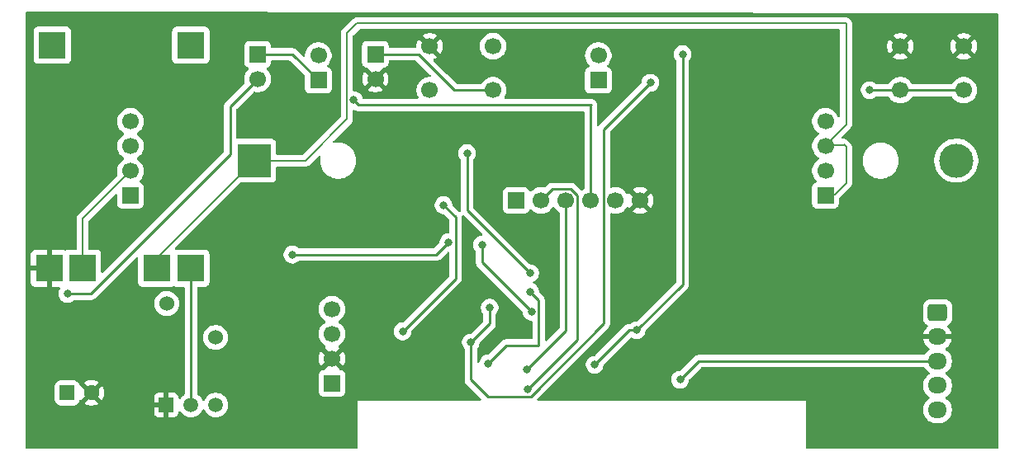
<source format=gbr>
%TF.GenerationSoftware,KiCad,Pcbnew,9.0.3*%
%TF.CreationDate,2025-07-30T11:35:08+02:00*%
%TF.ProjectId,TPOneBoard,54504f6e-6542-46f6-9172-642e6b696361,rev?*%
%TF.SameCoordinates,Original*%
%TF.FileFunction,Copper,L2,Bot*%
%TF.FilePolarity,Positive*%
%FSLAX46Y46*%
G04 Gerber Fmt 4.6, Leading zero omitted, Abs format (unit mm)*
G04 Created by KiCad (PCBNEW 9.0.3) date 2025-07-30 11:35:08*
%MOMM*%
%LPD*%
G01*
G04 APERTURE LIST*
G04 Aperture macros list*
%AMRoundRect*
0 Rectangle with rounded corners*
0 $1 Rounding radius*
0 $2 $3 $4 $5 $6 $7 $8 $9 X,Y pos of 4 corners*
0 Add a 4 corners polygon primitive as box body*
4,1,4,$2,$3,$4,$5,$6,$7,$8,$9,$2,$3,0*
0 Add four circle primitives for the rounded corners*
1,1,$1+$1,$2,$3*
1,1,$1+$1,$4,$5*
1,1,$1+$1,$6,$7*
1,1,$1+$1,$8,$9*
0 Add four rect primitives between the rounded corners*
20,1,$1+$1,$2,$3,$4,$5,0*
20,1,$1+$1,$4,$5,$6,$7,0*
20,1,$1+$1,$6,$7,$8,$9,0*
20,1,$1+$1,$8,$9,$2,$3,0*%
G04 Aperture macros list end*
%TA.AperFunction,ComponentPad*%
%ADD10R,1.700000X1.700000*%
%TD*%
%TA.AperFunction,ComponentPad*%
%ADD11C,1.700000*%
%TD*%
%TA.AperFunction,ComponentPad*%
%ADD12RoundRect,0.250000X-0.550000X-0.550000X0.550000X-0.550000X0.550000X0.550000X-0.550000X0.550000X0*%
%TD*%
%TA.AperFunction,ComponentPad*%
%ADD13C,1.600000*%
%TD*%
%TA.AperFunction,ComponentPad*%
%ADD14R,1.500000X1.500000*%
%TD*%
%TA.AperFunction,ComponentPad*%
%ADD15C,1.500000*%
%TD*%
%TA.AperFunction,ComponentPad*%
%ADD16RoundRect,0.250000X-0.725000X0.600000X-0.725000X-0.600000X0.725000X-0.600000X0.725000X0.600000X0*%
%TD*%
%TA.AperFunction,ComponentPad*%
%ADD17O,1.950000X1.700000*%
%TD*%
%TA.AperFunction,ComponentPad*%
%ADD18R,2.800000X2.800000*%
%TD*%
%TA.AperFunction,ComponentPad*%
%ADD19R,3.500000X3.500000*%
%TD*%
%TA.AperFunction,ComponentPad*%
%ADD20C,3.500000*%
%TD*%
%TA.AperFunction,ComponentPad*%
%ADD21C,1.524000*%
%TD*%
%TA.AperFunction,ViaPad*%
%ADD22C,0.800000*%
%TD*%
%TA.AperFunction,ViaPad*%
%ADD23C,1.400000*%
%TD*%
%TA.AperFunction,Conductor*%
%ADD24C,0.250000*%
%TD*%
%TA.AperFunction,Conductor*%
%ADD25C,0.200000*%
%TD*%
G04 APERTURE END LIST*
D10*
%TO.P,JP6,1,A*%
%TO.N,+3.3V*%
X168895000Y-84913000D03*
D11*
%TO.P,JP6,2,B*%
%TO.N,Net-(JP6-B)*%
X168895000Y-87453000D03*
%TD*%
D12*
%TO.P,C5,1*%
%TO.N,Net-(JP6-B)*%
X149352000Y-119668000D03*
D13*
%TO.P,C5,2*%
%TO.N,GND*%
X151852000Y-119668000D03*
%TD*%
D14*
%TO.P,U2,1,GND*%
%TO.N,GND*%
X159522000Y-120918000D03*
D15*
%TO.P,U2,2,VI*%
%TO.N,4056 Out+*%
X162062000Y-120918000D03*
%TO.P,U2,3,VO*%
%TO.N,Net-(JP6-B)*%
X164602000Y-120918000D03*
%TD*%
D10*
%TO.P,J8,1,Pin_1*%
%TO.N,18650+*%
X227102000Y-99418000D03*
D11*
%TO.P,J8,2,Pin_2*%
%TO.N,18650-*%
X227102000Y-96878000D03*
%TO.P,J8,3,Pin_3*%
%TO.N,18650+*%
X227102000Y-94338000D03*
%TO.P,J8,4,Pin_4*%
%TO.N,18650-*%
X227102000Y-91798000D03*
%TD*%
D10*
%TO.P,J4,1,Pin_1*%
%TO.N,DTR*%
X203820000Y-87580000D03*
D11*
%TO.P,J4,2,Pin_2*%
%TO.N,RTS*%
X203820000Y-85040000D03*
%TD*%
%TO.P,SW4,1,1*%
%TO.N,GND*%
X234785000Y-84096000D03*
%TO.P,SW4,2,2*%
X241285000Y-84096000D03*
%TO.P,SW4,3,K*%
%TO.N,IO0*%
X234785000Y-88596000D03*
%TO.P,SW4,4,A*%
X241285000Y-88596000D03*
%TD*%
D10*
%TO.P,JP3,1,A*%
%TO.N,+3.3V*%
X175118000Y-87580000D03*
D11*
%TO.P,JP3,2,B*%
%TO.N,Net-(J3-Pin_4)*%
X175118000Y-85040000D03*
%TD*%
%TO.P,SW5,1,1*%
%TO.N,GND*%
X186525000Y-84096000D03*
%TO.P,SW5,2,2*%
%TO.N,Net-(C4-Pad1)*%
X193025000Y-84096000D03*
%TO.P,SW5,3,K*%
%TO.N,Net-(SW5-K)*%
X186525000Y-88596000D03*
%TO.P,SW5,4,A*%
%TO.N,DeepS*%
X193025000Y-88596000D03*
%TD*%
D10*
%TO.P,JP2,1,A*%
%TO.N,DeepS*%
X180960000Y-84913000D03*
D11*
%TO.P,JP2,2,B*%
%TO.N,GND*%
X180960000Y-87453000D03*
%TD*%
D16*
%TO.P,J1,1,Pin_1*%
%TO.N,unconnected-(J1-Pin_1-Pad1)*%
X238602000Y-111418000D03*
D17*
%TO.P,J1,2,Pin_2*%
%TO.N,GND*%
X238602000Y-113918000D03*
%TO.P,J1,3,Pin_3*%
%TO.N,SDA*%
X238602000Y-116418000D03*
%TO.P,J1,4,Pin_4*%
%TO.N,SCL*%
X238602000Y-118918000D03*
%TO.P,J1,5,Pin_5*%
%TO.N,+3.3V*%
X238602000Y-121418000D03*
%TD*%
D10*
%TO.P,J3,1,Pin_1*%
%TO.N,DTR*%
X195402000Y-99918000D03*
D11*
%TO.P,J3,2,Pin_2*%
%TO.N,TXD*%
X197942000Y-99918000D03*
%TO.P,J3,3,Pin_3*%
%TO.N,RXD*%
X200482000Y-99918000D03*
%TO.P,J3,4,Pin_4*%
%TO.N,Net-(J3-Pin_4)*%
X203022000Y-99918000D03*
%TO.P,J3,5,Pin_5*%
%TO.N,unconnected-(J3-Pin_5-Pad5)*%
X205562000Y-99918000D03*
%TO.P,J3,6,Pin_6*%
%TO.N,GND*%
X208102000Y-99918000D03*
%TD*%
D18*
%TO.P,J5,1,Pin_1*%
%TO.N,SCell+*%
X162037000Y-83984000D03*
%TO.P,J5,2,Pin_2*%
%TO.N,SCell-*%
X147837000Y-83984000D03*
%TO.P,J5,3,Pin_3*%
%TO.N,4056 Out+*%
X162037000Y-106884000D03*
%TO.P,J5,4,Pin_4*%
%TO.N,GND*%
X147537000Y-106884000D03*
%TO.P,J5,5,Pin_5*%
%TO.N,18650+*%
X158537000Y-106884000D03*
%TO.P,J5,6,Pin_6*%
%TO.N,18650-*%
X150937000Y-106884000D03*
%TD*%
D10*
%TO.P,J2,1,Pin_1*%
%TO.N,+3.3V*%
X176515000Y-118695000D03*
D11*
%TO.P,J2,2,Pin_2*%
%TO.N,GND*%
X176515000Y-116155000D03*
%TO.P,J2,3,Pin_3*%
%TO.N,SCL*%
X176515000Y-113615000D03*
%TO.P,J2,4,Pin_4*%
%TO.N,SDA*%
X176515000Y-111075000D03*
%TD*%
D19*
%TO.P,BT2,1,+*%
%TO.N,18650+*%
X168514000Y-95835000D03*
D20*
%TO.P,BT2,2,-*%
%TO.N,18650-*%
X240514000Y-95835000D03*
%TD*%
D21*
%TO.P,J6,1,Pin_1*%
%TO.N,SCell+*%
X164577000Y-113996000D03*
%TO.P,J6,2,Pin_2*%
%TO.N,SCell-*%
X159577000Y-110495997D03*
%TD*%
D10*
%TO.P,J7,1,Pin_1*%
%TO.N,18650+*%
X155852000Y-99418000D03*
D11*
%TO.P,J7,2,Pin_2*%
%TO.N,18650-*%
X155852000Y-96878000D03*
%TO.P,J7,3,Pin_3*%
%TO.N,18650+*%
X155852000Y-94338000D03*
%TO.P,J7,4,Pin_4*%
%TO.N,18650-*%
X155852000Y-91798000D03*
%TD*%
D22*
%TO.N,Net-(J3-Pin_4)*%
X178739000Y-89612000D03*
%TO.N,Net-(JP6-B)*%
X149387000Y-109501000D03*
D23*
%TO.N,GND*%
X196962000Y-105360000D03*
D22*
%TO.N,+3.3V*%
X183754000Y-113361000D03*
X187945000Y-100407000D03*
%TO.N,SDA*%
X212202000Y-118314000D03*
%TO.N,LED_Buildin*%
X192517000Y-116663000D03*
X196835000Y-109297000D03*
%TO.N,RXD*%
X196454000Y-117298000D03*
%TO.N,TXD*%
X196581000Y-119330000D03*
%TO.N,ADC*%
X191896161Y-104456839D03*
X196962000Y-111329000D03*
%TO.N,DeepS*%
X203439000Y-116790000D03*
X212456000Y-84913000D03*
X207757000Y-113234000D03*
%TO.N,IO0*%
X192676304Y-110911000D03*
X190739000Y-114504000D03*
X231633000Y-88596000D03*
X209154000Y-87834000D03*
%TO.N,Akku*%
X188453000Y-104217000D03*
X172451000Y-105487000D03*
%TO.N,Net-(U7-GPIO15)*%
X196835000Y-107392000D03*
X190358000Y-95073000D03*
%TD*%
D24*
%TO.N,Net-(J3-Pin_4)*%
X179182000Y-90120000D02*
X203058000Y-90120000D01*
X203022000Y-90156000D02*
X203022000Y-99918000D01*
X203058000Y-90120000D02*
X203022000Y-90156000D01*
X179182000Y-90120000D02*
X178674000Y-89612000D01*
X178674000Y-89612000D02*
X178739000Y-89612000D01*
%TO.N,Net-(JP6-B)*%
X149387000Y-109501000D02*
X151772000Y-109501000D01*
X166064000Y-90284000D02*
X168895000Y-87453000D01*
X166064000Y-95209000D02*
X166064000Y-90284000D01*
X151772000Y-109501000D02*
X166064000Y-95209000D01*
%TO.N,+3.3V*%
X172451000Y-84913000D02*
X175118000Y-87580000D01*
X189179000Y-107936000D02*
X183754000Y-113361000D01*
X168895000Y-84913000D02*
X172451000Y-84913000D01*
X187945000Y-100407000D02*
X189179000Y-101641000D01*
X189179000Y-101641000D02*
X189179000Y-107936000D01*
%TO.N,SDA*%
X238602000Y-116418000D02*
X214098000Y-116418000D01*
X214098000Y-116418000D02*
X212202000Y-118314000D01*
%TO.N,LED_Buildin*%
X197688000Y-110150000D02*
X197688000Y-114794000D01*
X194386000Y-114794000D02*
X192517000Y-116663000D01*
X196835000Y-109297000D02*
X197688000Y-110150000D01*
X197688000Y-114794000D02*
X194386000Y-114794000D01*
%TO.N,RXD*%
X200482000Y-113270000D02*
X196454000Y-117298000D01*
X200482000Y-99918000D02*
X200482000Y-113270000D01*
%TO.N,TXD*%
X201658000Y-114253000D02*
X196581000Y-119330000D01*
X201658000Y-99430884D02*
X201658000Y-114253000D01*
X197942000Y-99918000D02*
X199118000Y-98742000D01*
X199118000Y-98742000D02*
X200969116Y-98742000D01*
X200969116Y-98742000D02*
X201658000Y-99430884D01*
%TO.N,ADC*%
X191896161Y-104456839D02*
X191896161Y-106263161D01*
X191896161Y-106263161D02*
X196962000Y-111329000D01*
%TO.N,DeepS*%
X203439000Y-116790000D02*
X206995000Y-113234000D01*
X212456000Y-84913000D02*
X212456000Y-108535000D01*
X180960000Y-84913000D02*
X185396042Y-84913000D01*
X185396042Y-84913000D02*
X189079042Y-88596000D01*
X189079042Y-88596000D02*
X193025000Y-88596000D01*
X206995000Y-113234000D02*
X207757000Y-113234000D01*
X212456000Y-108535000D02*
X207757000Y-113234000D01*
%TO.N,IO0*%
X234785000Y-88596000D02*
X241285000Y-88596000D01*
X231633000Y-88596000D02*
X234785000Y-88596000D01*
X190739000Y-118314000D02*
X192481000Y-120056000D01*
X204386000Y-92602000D02*
X209154000Y-87834000D01*
X204386000Y-112551720D02*
X204386000Y-92602000D01*
X190739000Y-114504000D02*
X190739000Y-118314000D01*
X196881720Y-120056000D02*
X204386000Y-112551720D01*
X190739000Y-114504000D02*
X192676304Y-112566696D01*
X192481000Y-120056000D02*
X196881720Y-120056000D01*
X192676304Y-112566696D02*
X192676304Y-110911000D01*
%TO.N,4056 Out+*%
X162037000Y-106884000D02*
X162037000Y-120893000D01*
X162037000Y-120893000D02*
X162062000Y-120918000D01*
D25*
%TO.N,18650-*%
X150937000Y-106884000D02*
X150937000Y-101793000D01*
X150937000Y-101793000D02*
X155852000Y-96878000D01*
%TO.N,18650+*%
X229220000Y-98121000D02*
X229220000Y-94438000D01*
X178039000Y-82754000D02*
X178039000Y-91567869D01*
X178039000Y-91567869D02*
X173771869Y-95835000D01*
X228966000Y-94184000D02*
X228942000Y-94208000D01*
X228053000Y-99288000D02*
X229220000Y-98121000D01*
X179055000Y-81738000D02*
X178039000Y-82754000D01*
X229220000Y-92090000D02*
X229220000Y-81738000D01*
X229220000Y-81738000D02*
X179055000Y-81738000D01*
X227102000Y-94208000D02*
X229220000Y-92090000D01*
X228942000Y-94208000D02*
X227102000Y-94208000D01*
X173771869Y-95835000D02*
X168514000Y-95835000D01*
X158537000Y-106884000D02*
X158537000Y-105812000D01*
X227102000Y-99288000D02*
X228053000Y-99288000D01*
X158537000Y-105812000D02*
X168514000Y-95835000D01*
X168260000Y-95581000D02*
X168140000Y-95581000D01*
X229220000Y-94438000D02*
X228966000Y-94184000D01*
D24*
%TO.N,Akku*%
X187183000Y-105487000D02*
X188453000Y-104217000D01*
X172451000Y-105487000D02*
X187183000Y-105487000D01*
%TO.N,Net-(U7-GPIO15)*%
X190358000Y-100915000D02*
X190358000Y-95073000D01*
X196835000Y-107392000D02*
X190358000Y-100915000D01*
%TD*%
%TA.AperFunction,Conductor*%
%TO.N,GND*%
G36*
X244728138Y-80667863D02*
G01*
X244795154Y-80687622D01*
X244840851Y-80740476D01*
X244852000Y-80791863D01*
X244852000Y-125294000D01*
X244832315Y-125361039D01*
X244779511Y-125406794D01*
X244728000Y-125418000D01*
X225226000Y-125418000D01*
X225158961Y-125398315D01*
X225113206Y-125345511D01*
X225102000Y-125294000D01*
X225102000Y-120460000D01*
X197672986Y-120460000D01*
X197605947Y-120440315D01*
X197560192Y-120387511D01*
X197550248Y-120318353D01*
X197579273Y-120254797D01*
X197585305Y-120248319D01*
X199609109Y-118224516D01*
X211293500Y-118224516D01*
X211293500Y-118403483D01*
X211328411Y-118578992D01*
X211328413Y-118579000D01*
X211396896Y-118744332D01*
X211396901Y-118744342D01*
X211496321Y-118893134D01*
X211496324Y-118893138D01*
X211622861Y-119019675D01*
X211622865Y-119019678D01*
X211771657Y-119119098D01*
X211771661Y-119119100D01*
X211771664Y-119119102D01*
X211937000Y-119187587D01*
X212112516Y-119222499D01*
X212112520Y-119222500D01*
X212112521Y-119222500D01*
X212291480Y-119222500D01*
X212291481Y-119222499D01*
X212467000Y-119187587D01*
X212632336Y-119119102D01*
X212781135Y-119019678D01*
X212907678Y-118893135D01*
X213007102Y-118744336D01*
X213075587Y-118579000D01*
X213110500Y-118403479D01*
X213110500Y-118352766D01*
X213130185Y-118285727D01*
X213146819Y-118265085D01*
X214324085Y-117087819D01*
X214385408Y-117054334D01*
X214411766Y-117051500D01*
X237199117Y-117051500D01*
X237266156Y-117071185D01*
X237309601Y-117119204D01*
X237315106Y-117130009D01*
X237440794Y-117303004D01*
X237591996Y-117454206D01*
X237694344Y-117528566D01*
X237748182Y-117567682D01*
X237790847Y-117623012D01*
X237796826Y-117692626D01*
X237764220Y-117754421D01*
X237748182Y-117768318D01*
X237709583Y-117796362D01*
X237591996Y-117881794D01*
X237591994Y-117881796D01*
X237591993Y-117881796D01*
X237440796Y-118032993D01*
X237315106Y-118205990D01*
X237218027Y-118396516D01*
X237218026Y-118396519D01*
X237151951Y-118599882D01*
X237118500Y-118811084D01*
X237118500Y-119024915D01*
X237151951Y-119236117D01*
X237218026Y-119439480D01*
X237218027Y-119439483D01*
X237296574Y-119593638D01*
X237315106Y-119630009D01*
X237440794Y-119803004D01*
X237591996Y-119954206D01*
X237649368Y-119995889D01*
X237748182Y-120067682D01*
X237790847Y-120123012D01*
X237796826Y-120192626D01*
X237764220Y-120254421D01*
X237748182Y-120268318D01*
X237747870Y-120268545D01*
X237591996Y-120381794D01*
X237591994Y-120381796D01*
X237591993Y-120381796D01*
X237440796Y-120532993D01*
X237315106Y-120705990D01*
X237218027Y-120896516D01*
X237218026Y-120896519D01*
X237151951Y-121099882D01*
X237130063Y-121238080D01*
X237118500Y-121311084D01*
X237118500Y-121524916D01*
X237126844Y-121577598D01*
X237151951Y-121736117D01*
X237218026Y-121939480D01*
X237218027Y-121939483D01*
X237291814Y-122084296D01*
X237315106Y-122130009D01*
X237440794Y-122303004D01*
X237591996Y-122454206D01*
X237764991Y-122579894D01*
X237858438Y-122627507D01*
X237955516Y-122676972D01*
X237955519Y-122676973D01*
X238057200Y-122710010D01*
X238158884Y-122743049D01*
X238370084Y-122776500D01*
X238370085Y-122776500D01*
X238833915Y-122776500D01*
X238833916Y-122776500D01*
X239045116Y-122743049D01*
X239248483Y-122676972D01*
X239439009Y-122579894D01*
X239612004Y-122454206D01*
X239763206Y-122303004D01*
X239888894Y-122130009D01*
X239985972Y-121939483D01*
X240052049Y-121736116D01*
X240085500Y-121524916D01*
X240085500Y-121311084D01*
X240052049Y-121099884D01*
X240008511Y-120965886D01*
X239985973Y-120896519D01*
X239985972Y-120896516D01*
X239918250Y-120763606D01*
X239888894Y-120705991D01*
X239763206Y-120532996D01*
X239612004Y-120381794D01*
X239608618Y-120379334D01*
X239455818Y-120268318D01*
X239413152Y-120212988D01*
X239407173Y-120143375D01*
X239439779Y-120081580D01*
X239455818Y-120067682D01*
X239506200Y-120031076D01*
X239612004Y-119954206D01*
X239763206Y-119803004D01*
X239888894Y-119630009D01*
X239985972Y-119439483D01*
X240052049Y-119236116D01*
X240085500Y-119024916D01*
X240085500Y-118811084D01*
X240052049Y-118599884D01*
X240002780Y-118448247D01*
X239985973Y-118396519D01*
X239985972Y-118396516D01*
X239904896Y-118237397D01*
X239888894Y-118205991D01*
X239763206Y-118032996D01*
X239612004Y-117881794D01*
X239605596Y-117877138D01*
X239455818Y-117768318D01*
X239413152Y-117712988D01*
X239407173Y-117643375D01*
X239439779Y-117581580D01*
X239455818Y-117567682D01*
X239506200Y-117531076D01*
X239612004Y-117454206D01*
X239763206Y-117303004D01*
X239888894Y-117130009D01*
X239985972Y-116939483D01*
X240052049Y-116736116D01*
X240085500Y-116524916D01*
X240085500Y-116311084D01*
X240052049Y-116099884D01*
X240005729Y-115957324D01*
X239985973Y-115896519D01*
X239985972Y-115896516D01*
X239913815Y-115754901D01*
X239888894Y-115705991D01*
X239763206Y-115532996D01*
X239612004Y-115381794D01*
X239448586Y-115263064D01*
X239405921Y-115207734D01*
X239399942Y-115138121D01*
X239432548Y-115076326D01*
X239448587Y-115062428D01*
X239606459Y-114947727D01*
X239606464Y-114947723D01*
X239756723Y-114797464D01*
X239756727Y-114797459D01*
X239881620Y-114625557D01*
X239978095Y-114436217D01*
X240043757Y-114234129D01*
X240043757Y-114234126D01*
X240054231Y-114168000D01*
X239006146Y-114168000D01*
X239044630Y-114101343D01*
X239077000Y-113980535D01*
X239077000Y-113855465D01*
X239044630Y-113734657D01*
X239006146Y-113668000D01*
X240054231Y-113668000D01*
X240043757Y-113601873D01*
X240043757Y-113601870D01*
X239978095Y-113399782D01*
X239881620Y-113210442D01*
X239756727Y-113038540D01*
X239756723Y-113038535D01*
X239623670Y-112905482D01*
X239590185Y-112844159D01*
X239595169Y-112774467D01*
X239637041Y-112718534D01*
X239646255Y-112712262D01*
X239649733Y-112710116D01*
X239649738Y-112710115D01*
X239800652Y-112617030D01*
X239926030Y-112491652D01*
X240019115Y-112340738D01*
X240074887Y-112172426D01*
X240085500Y-112068545D01*
X240085499Y-110767456D01*
X240074887Y-110663574D01*
X240019115Y-110495262D01*
X239926030Y-110344348D01*
X239800652Y-110218970D01*
X239663705Y-110134500D01*
X239649740Y-110125886D01*
X239649735Y-110125884D01*
X239481427Y-110070113D01*
X239377545Y-110059500D01*
X237826462Y-110059500D01*
X237826446Y-110059501D01*
X237722572Y-110070113D01*
X237554264Y-110125884D01*
X237554259Y-110125886D01*
X237403346Y-110218971D01*
X237277971Y-110344346D01*
X237184886Y-110495259D01*
X237184884Y-110495264D01*
X237129113Y-110663572D01*
X237118500Y-110767447D01*
X237118500Y-112068537D01*
X237118501Y-112068553D01*
X237129113Y-112172427D01*
X237157199Y-112257185D01*
X237184885Y-112340738D01*
X237277970Y-112491652D01*
X237403348Y-112617030D01*
X237554262Y-112710115D01*
X237554266Y-112710116D01*
X237557745Y-112712262D01*
X237604469Y-112764210D01*
X237615692Y-112833173D01*
X237587848Y-112897255D01*
X237580330Y-112905482D01*
X237447271Y-113038541D01*
X237322379Y-113210442D01*
X237225904Y-113399782D01*
X237160242Y-113601870D01*
X237160242Y-113601873D01*
X237149769Y-113668000D01*
X238197854Y-113668000D01*
X238159370Y-113734657D01*
X238127000Y-113855465D01*
X238127000Y-113980535D01*
X238159370Y-114101343D01*
X238197854Y-114168000D01*
X237149769Y-114168000D01*
X237160242Y-114234126D01*
X237160242Y-114234129D01*
X237225904Y-114436217D01*
X237322379Y-114625557D01*
X237447272Y-114797459D01*
X237447276Y-114797464D01*
X237597535Y-114947723D01*
X237597540Y-114947727D01*
X237755412Y-115062428D01*
X237798078Y-115117758D01*
X237804057Y-115187371D01*
X237771451Y-115249166D01*
X237755413Y-115263064D01*
X237657769Y-115334006D01*
X237591996Y-115381794D01*
X237591994Y-115381796D01*
X237591993Y-115381796D01*
X237440796Y-115532993D01*
X237315109Y-115705986D01*
X237315107Y-115705989D01*
X237315106Y-115705991D01*
X237309601Y-115716794D01*
X237261629Y-115767590D01*
X237199117Y-115784500D01*
X214035601Y-115784500D01*
X213913222Y-115808843D01*
X213913214Y-115808845D01*
X213797927Y-115856598D01*
X213797918Y-115856603D01*
X213694167Y-115925928D01*
X213694163Y-115925931D01*
X212250915Y-117369181D01*
X212189592Y-117402666D01*
X212163234Y-117405500D01*
X212112516Y-117405500D01*
X211937007Y-117440411D01*
X211936999Y-117440413D01*
X211771667Y-117508896D01*
X211771657Y-117508901D01*
X211622865Y-117608321D01*
X211622861Y-117608324D01*
X211496324Y-117734861D01*
X211496321Y-117734865D01*
X211396901Y-117883657D01*
X211396896Y-117883667D01*
X211328413Y-118048999D01*
X211328411Y-118049007D01*
X211293500Y-118224516D01*
X199609109Y-118224516D01*
X199702877Y-118130748D01*
X201133109Y-116700516D01*
X202530500Y-116700516D01*
X202530500Y-116879483D01*
X202565411Y-117054992D01*
X202565413Y-117055000D01*
X202633896Y-117220332D01*
X202633901Y-117220342D01*
X202733321Y-117369134D01*
X202733324Y-117369138D01*
X202859861Y-117495675D01*
X202859865Y-117495678D01*
X203008657Y-117595098D01*
X203008661Y-117595100D01*
X203008664Y-117595102D01*
X203174000Y-117663587D01*
X203349516Y-117698499D01*
X203349520Y-117698500D01*
X203349521Y-117698500D01*
X203528480Y-117698500D01*
X203528481Y-117698499D01*
X203704000Y-117663587D01*
X203869336Y-117595102D01*
X204018135Y-117495678D01*
X204144678Y-117369135D01*
X204244102Y-117220336D01*
X204312587Y-117055000D01*
X204347500Y-116879479D01*
X204347500Y-116828765D01*
X204367185Y-116761726D01*
X204383814Y-116741089D01*
X207110320Y-114014582D01*
X207171641Y-113981099D01*
X207241333Y-113986083D01*
X207266890Y-113999163D01*
X207326657Y-114039098D01*
X207326661Y-114039100D01*
X207326664Y-114039102D01*
X207492000Y-114107587D01*
X207667516Y-114142499D01*
X207667520Y-114142500D01*
X207667521Y-114142500D01*
X207846480Y-114142500D01*
X207846481Y-114142499D01*
X208022000Y-114107587D01*
X208187336Y-114039102D01*
X208336135Y-113939678D01*
X208462678Y-113813135D01*
X208562102Y-113664336D01*
X208630587Y-113499000D01*
X208665500Y-113323479D01*
X208665500Y-113272766D01*
X208685185Y-113205727D01*
X208701819Y-113185085D01*
X211210288Y-110676617D01*
X212948072Y-108938833D01*
X212995735Y-108867500D01*
X213017401Y-108835075D01*
X213058604Y-108735600D01*
X213065155Y-108719785D01*
X213089500Y-108597394D01*
X213089500Y-85615675D01*
X213109185Y-85548636D01*
X213125820Y-85527993D01*
X213161675Y-85492138D01*
X213161678Y-85492135D01*
X213261102Y-85343336D01*
X213329587Y-85178000D01*
X213364500Y-85002479D01*
X213364500Y-84823521D01*
X213329587Y-84648000D01*
X213261102Y-84482664D01*
X213261100Y-84482661D01*
X213261098Y-84482657D01*
X213161678Y-84333865D01*
X213161675Y-84333861D01*
X213035138Y-84207324D01*
X213035134Y-84207321D01*
X212886342Y-84107901D01*
X212886332Y-84107896D01*
X212721000Y-84039413D01*
X212720992Y-84039411D01*
X212545483Y-84004500D01*
X212545479Y-84004500D01*
X212366521Y-84004500D01*
X212366516Y-84004500D01*
X212191007Y-84039411D01*
X212190999Y-84039413D01*
X212025667Y-84107896D01*
X212025657Y-84107901D01*
X211876865Y-84207321D01*
X211876861Y-84207324D01*
X211750324Y-84333861D01*
X211750321Y-84333865D01*
X211650901Y-84482657D01*
X211650896Y-84482667D01*
X211582413Y-84647999D01*
X211582411Y-84648007D01*
X211547500Y-84823516D01*
X211547500Y-85002483D01*
X211582411Y-85177992D01*
X211582413Y-85178000D01*
X211650896Y-85343332D01*
X211650901Y-85343342D01*
X211750321Y-85492134D01*
X211750324Y-85492138D01*
X211786180Y-85527993D01*
X211819666Y-85589315D01*
X211822500Y-85615675D01*
X211822500Y-108221233D01*
X211802815Y-108288272D01*
X211786181Y-108308914D01*
X207805915Y-112289181D01*
X207744592Y-112322666D01*
X207718234Y-112325500D01*
X207667516Y-112325500D01*
X207492007Y-112360411D01*
X207491999Y-112360413D01*
X207326667Y-112428896D01*
X207326657Y-112428901D01*
X207177865Y-112528321D01*
X207177861Y-112528324D01*
X207142007Y-112564180D01*
X207080685Y-112597666D01*
X207054325Y-112600500D01*
X206932601Y-112600500D01*
X206810222Y-112624843D01*
X206810214Y-112624845D01*
X206694927Y-112672598D01*
X206694918Y-112672603D01*
X206591167Y-112741928D01*
X206591163Y-112741931D01*
X203487915Y-115845181D01*
X203426592Y-115878666D01*
X203400234Y-115881500D01*
X203349516Y-115881500D01*
X203174007Y-115916411D01*
X203173999Y-115916413D01*
X203008667Y-115984896D01*
X203008657Y-115984901D01*
X202859865Y-116084321D01*
X202859861Y-116084324D01*
X202733324Y-116210861D01*
X202733321Y-116210865D01*
X202633901Y-116359657D01*
X202633896Y-116359667D01*
X202565413Y-116524999D01*
X202565411Y-116525007D01*
X202530500Y-116700516D01*
X201133109Y-116700516D01*
X204878072Y-112955553D01*
X204913193Y-112902991D01*
X204947401Y-112851795D01*
X204986755Y-112756784D01*
X204995155Y-112736505D01*
X205019500Y-112614114D01*
X205019500Y-101340814D01*
X205039185Y-101273775D01*
X205091989Y-101228020D01*
X205161147Y-101218076D01*
X205181818Y-101222883D01*
X205197629Y-101228020D01*
X205243884Y-101243049D01*
X205455084Y-101276500D01*
X205455085Y-101276500D01*
X205668915Y-101276500D01*
X205668916Y-101276500D01*
X205880116Y-101243049D01*
X206083483Y-101176972D01*
X206274009Y-101079894D01*
X206447004Y-100954206D01*
X206598206Y-100803004D01*
X206723894Y-100630009D01*
X206726283Y-100625319D01*
X206774254Y-100574522D01*
X206842074Y-100557724D01*
X206908210Y-100580258D01*
X206944196Y-100621783D01*
X206944829Y-100621396D01*
X206947167Y-100625211D01*
X206947251Y-100625308D01*
X206947371Y-100625545D01*
X206947373Y-100625547D01*
X206986728Y-100679716D01*
X207619037Y-100047408D01*
X207636075Y-100110993D01*
X207701901Y-100225007D01*
X207794993Y-100318099D01*
X207909007Y-100383925D01*
X207972590Y-100400962D01*
X207340282Y-101033269D01*
X207340282Y-101033270D01*
X207394449Y-101072624D01*
X207583782Y-101169095D01*
X207785870Y-101234757D01*
X207995754Y-101268000D01*
X208208246Y-101268000D01*
X208418127Y-101234757D01*
X208418130Y-101234757D01*
X208620217Y-101169095D01*
X208809554Y-101072622D01*
X208863716Y-101033270D01*
X208863717Y-101033270D01*
X208231408Y-100400962D01*
X208294993Y-100383925D01*
X208409007Y-100318099D01*
X208502099Y-100225007D01*
X208567925Y-100110993D01*
X208584962Y-100047408D01*
X209217270Y-100679717D01*
X209217270Y-100679716D01*
X209256622Y-100625554D01*
X209353095Y-100436217D01*
X209418757Y-100234130D01*
X209418757Y-100234127D01*
X209452000Y-100024246D01*
X209452000Y-99811753D01*
X209418757Y-99601872D01*
X209418757Y-99601869D01*
X209353095Y-99399782D01*
X209256624Y-99210449D01*
X209217270Y-99156282D01*
X209217269Y-99156282D01*
X208584962Y-99788590D01*
X208567925Y-99725007D01*
X208502099Y-99610993D01*
X208409007Y-99517901D01*
X208294993Y-99452075D01*
X208231409Y-99435037D01*
X208863716Y-98802728D01*
X208809550Y-98763375D01*
X208620217Y-98666904D01*
X208418129Y-98601242D01*
X208208246Y-98568000D01*
X207995754Y-98568000D01*
X207785872Y-98601242D01*
X207785869Y-98601242D01*
X207583782Y-98666904D01*
X207394439Y-98763380D01*
X207340282Y-98802727D01*
X207340282Y-98802728D01*
X207972591Y-99435037D01*
X207909007Y-99452075D01*
X207794993Y-99517901D01*
X207701901Y-99610993D01*
X207636075Y-99725007D01*
X207619037Y-99788591D01*
X206986728Y-99156282D01*
X206986727Y-99156282D01*
X206947380Y-99210440D01*
X206947374Y-99210449D01*
X206947246Y-99210702D01*
X206947172Y-99210780D01*
X206944838Y-99214590D01*
X206944036Y-99214099D01*
X206899264Y-99261490D01*
X206831441Y-99278275D01*
X206765309Y-99255728D01*
X206726283Y-99210680D01*
X206723894Y-99205991D01*
X206598206Y-99032996D01*
X206447004Y-98881794D01*
X206274009Y-98756106D01*
X206245324Y-98741490D01*
X206083483Y-98659027D01*
X206083480Y-98659026D01*
X205880117Y-98592951D01*
X205774516Y-98576225D01*
X205668916Y-98559500D01*
X205455084Y-98559500D01*
X205426207Y-98564073D01*
X205243884Y-98592950D01*
X205181816Y-98613117D01*
X205111975Y-98615111D01*
X205052143Y-98579029D01*
X205021316Y-98516328D01*
X205019500Y-98495185D01*
X205019500Y-92915766D01*
X205039185Y-92848727D01*
X205055819Y-92828085D01*
X209105085Y-88778819D01*
X209166408Y-88745334D01*
X209192766Y-88742500D01*
X209243480Y-88742500D01*
X209243481Y-88742499D01*
X209419000Y-88707587D01*
X209584336Y-88639102D01*
X209733135Y-88539678D01*
X209859678Y-88413135D01*
X209959102Y-88264336D01*
X210027587Y-88099000D01*
X210062500Y-87923479D01*
X210062500Y-87744521D01*
X210027587Y-87569000D01*
X209959102Y-87403664D01*
X209959100Y-87403661D01*
X209959098Y-87403657D01*
X209859678Y-87254865D01*
X209859675Y-87254861D01*
X209733138Y-87128324D01*
X209733134Y-87128321D01*
X209584342Y-87028901D01*
X209584332Y-87028896D01*
X209419000Y-86960413D01*
X209418992Y-86960411D01*
X209243483Y-86925500D01*
X209243479Y-86925500D01*
X209064521Y-86925500D01*
X209064516Y-86925500D01*
X208889007Y-86960411D01*
X208888999Y-86960413D01*
X208723667Y-87028896D01*
X208723657Y-87028901D01*
X208574865Y-87128321D01*
X208574861Y-87128324D01*
X208448324Y-87254861D01*
X208448321Y-87254865D01*
X208348901Y-87403657D01*
X208348896Y-87403667D01*
X208280413Y-87568999D01*
X208280411Y-87569007D01*
X208245500Y-87744516D01*
X208245500Y-87795234D01*
X208225815Y-87862273D01*
X208209181Y-87882915D01*
X203983830Y-92108265D01*
X203983817Y-92108278D01*
X203982167Y-92109929D01*
X203893929Y-92198167D01*
X203877124Y-92223317D01*
X203870417Y-92230549D01*
X203848533Y-92243589D01*
X203828989Y-92259923D01*
X203819023Y-92261174D01*
X203810396Y-92266316D01*
X203784938Y-92265455D01*
X203759664Y-92268630D01*
X203750603Y-92264295D01*
X203740566Y-92263956D01*
X203719616Y-92249469D01*
X203696636Y-92238475D01*
X203691357Y-92229929D01*
X203683098Y-92224218D01*
X203673305Y-92200704D01*
X203659918Y-92179031D01*
X203657833Y-92163554D01*
X203656236Y-92159718D01*
X203656852Y-92156265D01*
X203655500Y-92146227D01*
X203655500Y-90357587D01*
X203664940Y-90310133D01*
X203667153Y-90304790D01*
X203667153Y-90304789D01*
X203667155Y-90304785D01*
X203691500Y-90182394D01*
X203691500Y-90057606D01*
X203667155Y-89935215D01*
X203657570Y-89912075D01*
X203619401Y-89819925D01*
X203600695Y-89791929D01*
X203550072Y-89716166D01*
X203461836Y-89627930D01*
X203461832Y-89627927D01*
X203358078Y-89558600D01*
X203358075Y-89558599D01*
X203242786Y-89510845D01*
X203242777Y-89510842D01*
X203120398Y-89486500D01*
X203120394Y-89486500D01*
X194298298Y-89486500D01*
X194231259Y-89466815D01*
X194185504Y-89414011D01*
X194175560Y-89344853D01*
X194187813Y-89306205D01*
X194210729Y-89261231D01*
X194283972Y-89117483D01*
X194350049Y-88914116D01*
X194383500Y-88702916D01*
X194383500Y-88489084D01*
X194350049Y-88277884D01*
X194291927Y-88099000D01*
X194283973Y-88074519D01*
X194283972Y-88074516D01*
X194207016Y-87923483D01*
X194186894Y-87883991D01*
X194061206Y-87710996D01*
X193910004Y-87559794D01*
X193737009Y-87434106D01*
X193546483Y-87337027D01*
X193546480Y-87337026D01*
X193343117Y-87270951D01*
X193237516Y-87254225D01*
X193131916Y-87237500D01*
X192918084Y-87237500D01*
X192847684Y-87248650D01*
X192706882Y-87270951D01*
X192503519Y-87337026D01*
X192503516Y-87337027D01*
X192312990Y-87434106D01*
X192139993Y-87559796D01*
X191988796Y-87710993D01*
X191863109Y-87883986D01*
X191863107Y-87883989D01*
X191863106Y-87883991D01*
X191857601Y-87894794D01*
X191809629Y-87945590D01*
X191747117Y-87962500D01*
X189392809Y-87962500D01*
X189325770Y-87942815D01*
X189305128Y-87926181D01*
X188304447Y-86925500D01*
X186946906Y-85567960D01*
X186913422Y-85506638D01*
X186918406Y-85436946D01*
X186960278Y-85381013D01*
X186996271Y-85362349D01*
X187043215Y-85347096D01*
X187232554Y-85250622D01*
X187286716Y-85211270D01*
X187286717Y-85211270D01*
X186654408Y-84578962D01*
X186717993Y-84561925D01*
X186832007Y-84496099D01*
X186925099Y-84403007D01*
X186990925Y-84288993D01*
X187007962Y-84225408D01*
X187640270Y-84857717D01*
X187640270Y-84857716D01*
X187679622Y-84803554D01*
X187776095Y-84614217D01*
X187841757Y-84412130D01*
X187841757Y-84412127D01*
X187875000Y-84202246D01*
X187875000Y-83989763D01*
X187874998Y-83989744D01*
X187874893Y-83989084D01*
X191666500Y-83989084D01*
X191666500Y-84202915D01*
X191699951Y-84414117D01*
X191766026Y-84617480D01*
X191766027Y-84617483D01*
X191819222Y-84721882D01*
X191863106Y-84808009D01*
X191988794Y-84981004D01*
X192139996Y-85132206D01*
X192312991Y-85257894D01*
X192406438Y-85305507D01*
X192503516Y-85354972D01*
X192503519Y-85354973D01*
X192517434Y-85359494D01*
X192706884Y-85421049D01*
X192918084Y-85454500D01*
X192918085Y-85454500D01*
X193131915Y-85454500D01*
X193131916Y-85454500D01*
X193343116Y-85421049D01*
X193546483Y-85354972D01*
X193737009Y-85257894D01*
X193910004Y-85132206D01*
X194061206Y-84981004D01*
X194096022Y-84933084D01*
X202461500Y-84933084D01*
X202461500Y-85146916D01*
X202466422Y-85177992D01*
X202494951Y-85358117D01*
X202561026Y-85561480D01*
X202561027Y-85561483D01*
X202588640Y-85615675D01*
X202658106Y-85752009D01*
X202783794Y-85925004D01*
X202783796Y-85925006D01*
X202888971Y-86030181D01*
X202922456Y-86091504D01*
X202917472Y-86161196D01*
X202875600Y-86217129D01*
X202844625Y-86234043D01*
X202723795Y-86279111D01*
X202606739Y-86366739D01*
X202519111Y-86483795D01*
X202468011Y-86620795D01*
X202468011Y-86620797D01*
X202461500Y-86681345D01*
X202461500Y-88478654D01*
X202468011Y-88539202D01*
X202468011Y-88539204D01*
X202505273Y-88639103D01*
X202519111Y-88676204D01*
X202606739Y-88793261D01*
X202723796Y-88880889D01*
X202860799Y-88931989D01*
X202888050Y-88934918D01*
X202921345Y-88938499D01*
X202921362Y-88938500D01*
X204718638Y-88938500D01*
X204718654Y-88938499D01*
X204745692Y-88935591D01*
X204779201Y-88931989D01*
X204916204Y-88880889D01*
X205033261Y-88793261D01*
X205120889Y-88676204D01*
X205171989Y-88539201D01*
X205177364Y-88489206D01*
X205178499Y-88478654D01*
X205178500Y-88478637D01*
X205178500Y-86681362D01*
X205178499Y-86681345D01*
X205175157Y-86650270D01*
X205171989Y-86620799D01*
X205120889Y-86483796D01*
X205033261Y-86366739D01*
X204916204Y-86279111D01*
X204916202Y-86279110D01*
X204916204Y-86279110D01*
X204795375Y-86234043D01*
X204739441Y-86192172D01*
X204715025Y-86126707D01*
X204729877Y-86058434D01*
X204751022Y-86030187D01*
X204856206Y-85925004D01*
X204981894Y-85752009D01*
X205078972Y-85561483D01*
X205145049Y-85358116D01*
X205178500Y-85146916D01*
X205178500Y-84933084D01*
X205145049Y-84721884D01*
X205078972Y-84518517D01*
X205078972Y-84518516D01*
X205024765Y-84412130D01*
X204981894Y-84327991D01*
X204856206Y-84154996D01*
X204705004Y-84003794D01*
X204532009Y-83878106D01*
X204341483Y-83781027D01*
X204341480Y-83781026D01*
X204138117Y-83714951D01*
X204017840Y-83695901D01*
X203926916Y-83681500D01*
X203713084Y-83681500D01*
X203642684Y-83692650D01*
X203501882Y-83714951D01*
X203298519Y-83781026D01*
X203298516Y-83781027D01*
X203107990Y-83878106D01*
X202934993Y-84003796D01*
X202783796Y-84154993D01*
X202658106Y-84327990D01*
X202561027Y-84518516D01*
X202561026Y-84518519D01*
X202494951Y-84721882D01*
X202481310Y-84808009D01*
X202461500Y-84933084D01*
X194096022Y-84933084D01*
X194186894Y-84808009D01*
X194283972Y-84617483D01*
X194350049Y-84414116D01*
X194383500Y-84202916D01*
X194383500Y-83989084D01*
X194350049Y-83777884D01*
X194283972Y-83574517D01*
X194283972Y-83574516D01*
X194186893Y-83383990D01*
X194150778Y-83334282D01*
X194061206Y-83210996D01*
X193910004Y-83059794D01*
X193737009Y-82934106D01*
X193546483Y-82837027D01*
X193546480Y-82837026D01*
X193343117Y-82770951D01*
X193237516Y-82754225D01*
X193131916Y-82737500D01*
X192918084Y-82737500D01*
X192847684Y-82748650D01*
X192706882Y-82770951D01*
X192503519Y-82837026D01*
X192503516Y-82837027D01*
X192312990Y-82934106D01*
X192139993Y-83059796D01*
X191988796Y-83210993D01*
X191863106Y-83383990D01*
X191766027Y-83574516D01*
X191766026Y-83574519D01*
X191699951Y-83777882D01*
X191666500Y-83989084D01*
X187874893Y-83989084D01*
X187841757Y-83779872D01*
X187841757Y-83779869D01*
X187776095Y-83577782D01*
X187679624Y-83388449D01*
X187640270Y-83334282D01*
X187640269Y-83334282D01*
X187007962Y-83966590D01*
X186990925Y-83903007D01*
X186925099Y-83788993D01*
X186832007Y-83695901D01*
X186717993Y-83630075D01*
X186654409Y-83613037D01*
X187286716Y-82980728D01*
X187232550Y-82941375D01*
X187043217Y-82844904D01*
X186841129Y-82779242D01*
X186631246Y-82746000D01*
X186418754Y-82746000D01*
X186208872Y-82779242D01*
X186208869Y-82779242D01*
X186006782Y-82844904D01*
X185817439Y-82941380D01*
X185763282Y-82980727D01*
X185763282Y-82980728D01*
X186395591Y-83613037D01*
X186332007Y-83630075D01*
X186217993Y-83695901D01*
X186124901Y-83788993D01*
X186059075Y-83903007D01*
X186042037Y-83966591D01*
X185409728Y-83334282D01*
X185409727Y-83334282D01*
X185370380Y-83388439D01*
X185273904Y-83577782D01*
X185208242Y-83779869D01*
X185208242Y-83779872D01*
X185175000Y-83989753D01*
X185175000Y-84155500D01*
X185155315Y-84222539D01*
X185102511Y-84268294D01*
X185051000Y-84279500D01*
X182442500Y-84279500D01*
X182375461Y-84259815D01*
X182329706Y-84207011D01*
X182318500Y-84155500D01*
X182318500Y-84014362D01*
X182318499Y-84014345D01*
X182315157Y-83983270D01*
X182311989Y-83953799D01*
X182260889Y-83816796D01*
X182173261Y-83699739D01*
X182056204Y-83612111D01*
X181919203Y-83561011D01*
X181858654Y-83554500D01*
X181858638Y-83554500D01*
X180061362Y-83554500D01*
X180061345Y-83554500D01*
X180000797Y-83561011D01*
X180000795Y-83561011D01*
X179863795Y-83612111D01*
X179746739Y-83699739D01*
X179659111Y-83816795D01*
X179608011Y-83953795D01*
X179608011Y-83953797D01*
X179601500Y-84014345D01*
X179601500Y-85811654D01*
X179608011Y-85872202D01*
X179608011Y-85872204D01*
X179627706Y-85925006D01*
X179659111Y-86009204D01*
X179746739Y-86126261D01*
X179863796Y-86213889D01*
X180000799Y-86264989D01*
X180028050Y-86267918D01*
X180061345Y-86271499D01*
X180061362Y-86271500D01*
X180080692Y-86271500D01*
X180147731Y-86291185D01*
X180168373Y-86307819D01*
X180830591Y-86970037D01*
X180767007Y-86987075D01*
X180652993Y-87052901D01*
X180559901Y-87145993D01*
X180494075Y-87260007D01*
X180477037Y-87323591D01*
X179844728Y-86691282D01*
X179844727Y-86691282D01*
X179805380Y-86745439D01*
X179708904Y-86934782D01*
X179643242Y-87136869D01*
X179643242Y-87136872D01*
X179610000Y-87346753D01*
X179610000Y-87559246D01*
X179643242Y-87769127D01*
X179643242Y-87769130D01*
X179708904Y-87971217D01*
X179805375Y-88160550D01*
X179844728Y-88214716D01*
X180477037Y-87582408D01*
X180494075Y-87645993D01*
X180559901Y-87760007D01*
X180652993Y-87853099D01*
X180767007Y-87918925D01*
X180830590Y-87935962D01*
X180198282Y-88568269D01*
X180198282Y-88568270D01*
X180252449Y-88607624D01*
X180441782Y-88704095D01*
X180643870Y-88769757D01*
X180853754Y-88803000D01*
X181066246Y-88803000D01*
X181276127Y-88769757D01*
X181276130Y-88769757D01*
X181478217Y-88704095D01*
X181667554Y-88607622D01*
X181721716Y-88568270D01*
X181721717Y-88568270D01*
X181089408Y-87935962D01*
X181152993Y-87918925D01*
X181267007Y-87853099D01*
X181360099Y-87760007D01*
X181425925Y-87645993D01*
X181442962Y-87582409D01*
X182075270Y-88214717D01*
X182075270Y-88214716D01*
X182114622Y-88160554D01*
X182211095Y-87971217D01*
X182276757Y-87769130D01*
X182276757Y-87769127D01*
X182310000Y-87559246D01*
X182310000Y-87346753D01*
X182276757Y-87136872D01*
X182276757Y-87136869D01*
X182211095Y-86934782D01*
X182114624Y-86745449D01*
X182075270Y-86691282D01*
X182075269Y-86691282D01*
X181442962Y-87323590D01*
X181425925Y-87260007D01*
X181360099Y-87145993D01*
X181267007Y-87052901D01*
X181152993Y-86987075D01*
X181089409Y-86970037D01*
X181751626Y-86307819D01*
X181812949Y-86274334D01*
X181839307Y-86271500D01*
X181858638Y-86271500D01*
X181858654Y-86271499D01*
X181885692Y-86268591D01*
X181919201Y-86264989D01*
X182056204Y-86213889D01*
X182173261Y-86126261D01*
X182260889Y-86009204D01*
X182311989Y-85872201D01*
X182316000Y-85834889D01*
X182318499Y-85811654D01*
X182318500Y-85811637D01*
X182318500Y-85670500D01*
X182338185Y-85603461D01*
X182390989Y-85557706D01*
X182442500Y-85546500D01*
X185082276Y-85546500D01*
X185149315Y-85566185D01*
X185169957Y-85582819D01*
X186612956Y-87025819D01*
X186646441Y-87087142D01*
X186641457Y-87156834D01*
X186599585Y-87212767D01*
X186534121Y-87237184D01*
X186525275Y-87237500D01*
X186418084Y-87237500D01*
X186347684Y-87248650D01*
X186206882Y-87270951D01*
X186003519Y-87337026D01*
X186003516Y-87337027D01*
X185812990Y-87434106D01*
X185639993Y-87559796D01*
X185488796Y-87710993D01*
X185363106Y-87883990D01*
X185266027Y-88074516D01*
X185266026Y-88074519D01*
X185199951Y-88277882D01*
X185178529Y-88413134D01*
X185166500Y-88489084D01*
X185166500Y-88702916D01*
X185177087Y-88769757D01*
X185199951Y-88914117D01*
X185266026Y-89117480D01*
X185266027Y-89117483D01*
X185362187Y-89306205D01*
X185375083Y-89374874D01*
X185348807Y-89439615D01*
X185291700Y-89479872D01*
X185251702Y-89486500D01*
X179742099Y-89486500D01*
X179675060Y-89466815D01*
X179629305Y-89414011D01*
X179620482Y-89386696D01*
X179612587Y-89347000D01*
X179544102Y-89181664D01*
X179544100Y-89181661D01*
X179544098Y-89181657D01*
X179444678Y-89032865D01*
X179444675Y-89032861D01*
X179318138Y-88906324D01*
X179318134Y-88906321D01*
X179169342Y-88806901D01*
X179169332Y-88806896D01*
X179004000Y-88738413D01*
X179003992Y-88738411D01*
X178828483Y-88703500D01*
X178828479Y-88703500D01*
X178771500Y-88703500D01*
X178762814Y-88700949D01*
X178753853Y-88702238D01*
X178729812Y-88691259D01*
X178704461Y-88683815D01*
X178698533Y-88676974D01*
X178690297Y-88673213D01*
X178676007Y-88650978D01*
X178658706Y-88631011D01*
X178656418Y-88620496D01*
X178652523Y-88614435D01*
X178647500Y-88579500D01*
X178647500Y-83057411D01*
X178656144Y-83027970D01*
X178662668Y-82997984D01*
X178666422Y-82992968D01*
X178667185Y-82990372D01*
X178683819Y-82969730D01*
X179270730Y-82382819D01*
X179332053Y-82349334D01*
X179358411Y-82346500D01*
X228487500Y-82346500D01*
X228554539Y-82366185D01*
X228600294Y-82418989D01*
X228611500Y-82470500D01*
X228611500Y-91264657D01*
X228591815Y-91331696D01*
X228539011Y-91377451D01*
X228469853Y-91387395D01*
X228406297Y-91358370D01*
X228369569Y-91302975D01*
X228360973Y-91276519D01*
X228360972Y-91276516D01*
X228263893Y-91085990D01*
X228138206Y-90912996D01*
X227987004Y-90761794D01*
X227814009Y-90636106D01*
X227738763Y-90597766D01*
X227623483Y-90539027D01*
X227623480Y-90539026D01*
X227420117Y-90472951D01*
X227314516Y-90456225D01*
X227208916Y-90439500D01*
X226995084Y-90439500D01*
X226924684Y-90450650D01*
X226783882Y-90472951D01*
X226580519Y-90539026D01*
X226580516Y-90539027D01*
X226389990Y-90636106D01*
X226216993Y-90761796D01*
X226065796Y-90912993D01*
X225940106Y-91085990D01*
X225843027Y-91276516D01*
X225843026Y-91276519D01*
X225776951Y-91479882D01*
X225743500Y-91691084D01*
X225743500Y-91904915D01*
X225776951Y-92116117D01*
X225843026Y-92319480D01*
X225843027Y-92319483D01*
X225940106Y-92510009D01*
X226065794Y-92683004D01*
X226216996Y-92834206D01*
X226329254Y-92915766D01*
X226389991Y-92959894D01*
X226393873Y-92962273D01*
X226440748Y-93014086D01*
X226452169Y-93083016D01*
X226424512Y-93147178D01*
X226393873Y-93173727D01*
X226389991Y-93176105D01*
X226216993Y-93301796D01*
X226065796Y-93452993D01*
X225940106Y-93625990D01*
X225843027Y-93816516D01*
X225843026Y-93816519D01*
X225776951Y-94019882D01*
X225743500Y-94231084D01*
X225743500Y-94444915D01*
X225776951Y-94656117D01*
X225843026Y-94859480D01*
X225843027Y-94859483D01*
X225922158Y-95014785D01*
X225940106Y-95050009D01*
X226065794Y-95223004D01*
X226216996Y-95374206D01*
X226389991Y-95499894D01*
X226393873Y-95502273D01*
X226440748Y-95554086D01*
X226452169Y-95623016D01*
X226424512Y-95687178D01*
X226393873Y-95713727D01*
X226389991Y-95716105D01*
X226216993Y-95841796D01*
X226065796Y-95992993D01*
X225940106Y-96165990D01*
X225843027Y-96356516D01*
X225843026Y-96356519D01*
X225776951Y-96559882D01*
X225743500Y-96771084D01*
X225743500Y-96984915D01*
X225776951Y-97196117D01*
X225843026Y-97399480D01*
X225843027Y-97399483D01*
X225849070Y-97411342D01*
X225940106Y-97590009D01*
X226065794Y-97763004D01*
X226065796Y-97763006D01*
X226170971Y-97868181D01*
X226204456Y-97929504D01*
X226199472Y-97999196D01*
X226157600Y-98055129D01*
X226126625Y-98072043D01*
X226005795Y-98117111D01*
X225888739Y-98204739D01*
X225801111Y-98321795D01*
X225750011Y-98458795D01*
X225750011Y-98458797D01*
X225743500Y-98519345D01*
X225743500Y-100316654D01*
X225750011Y-100377202D01*
X225750011Y-100377204D01*
X225773241Y-100439483D01*
X225801111Y-100514204D01*
X225888739Y-100631261D01*
X226005796Y-100718889D01*
X226142799Y-100769989D01*
X226170050Y-100772918D01*
X226203345Y-100776499D01*
X226203362Y-100776500D01*
X228000638Y-100776500D01*
X228000654Y-100776499D01*
X228027692Y-100773591D01*
X228061201Y-100769989D01*
X228198204Y-100718889D01*
X228315261Y-100631261D01*
X228402889Y-100514204D01*
X228453989Y-100377201D01*
X228457591Y-100343692D01*
X228460499Y-100316654D01*
X228460500Y-100316637D01*
X228460500Y-99792411D01*
X228480185Y-99725372D01*
X228496819Y-99704730D01*
X229045267Y-99156282D01*
X229706921Y-98494628D01*
X229787032Y-98355873D01*
X229815419Y-98249929D01*
X229828500Y-98201111D01*
X229828500Y-95713711D01*
X230918500Y-95713711D01*
X230918500Y-95956288D01*
X230922021Y-95983037D01*
X230950162Y-96196789D01*
X230981554Y-96313944D01*
X231012947Y-96431104D01*
X231105773Y-96655205D01*
X231105776Y-96655212D01*
X231227064Y-96865289D01*
X231227066Y-96865292D01*
X231227067Y-96865293D01*
X231374733Y-97057736D01*
X231374739Y-97057743D01*
X231546256Y-97229260D01*
X231546263Y-97229266D01*
X231638529Y-97300064D01*
X231738711Y-97376936D01*
X231948788Y-97498224D01*
X232172900Y-97591054D01*
X232407211Y-97653838D01*
X232587586Y-97677584D01*
X232647711Y-97685500D01*
X232647712Y-97685500D01*
X232890289Y-97685500D01*
X232938388Y-97679167D01*
X233130789Y-97653838D01*
X233365100Y-97591054D01*
X233589212Y-97498224D01*
X233799289Y-97376936D01*
X233991738Y-97229265D01*
X234163265Y-97057738D01*
X234310936Y-96865289D01*
X234432224Y-96655212D01*
X234525054Y-96431100D01*
X234587838Y-96196789D01*
X234619500Y-95956288D01*
X234619500Y-95713712D01*
X234615979Y-95686970D01*
X234615978Y-95686962D01*
X238255500Y-95686962D01*
X238255500Y-95983037D01*
X238283642Y-96196785D01*
X238294144Y-96276557D01*
X238370769Y-96562529D01*
X238409157Y-96655205D01*
X238484070Y-96836059D01*
X238484071Y-96836060D01*
X238632096Y-97092447D01*
X238812324Y-97327326D01*
X238812330Y-97327333D01*
X239021666Y-97536669D01*
X239021673Y-97536675D01*
X239256552Y-97716903D01*
X239512939Y-97864928D01*
X239512940Y-97864929D01*
X239512943Y-97864930D01*
X239512948Y-97864933D01*
X239786471Y-97978231D01*
X240072443Y-98054856D01*
X240365970Y-98093500D01*
X240365977Y-98093500D01*
X240662023Y-98093500D01*
X240662030Y-98093500D01*
X240955557Y-98054856D01*
X241241529Y-97978231D01*
X241515052Y-97864933D01*
X241771448Y-97716903D01*
X242006328Y-97536674D01*
X242215674Y-97327328D01*
X242395903Y-97092448D01*
X242543933Y-96836052D01*
X242657231Y-96562529D01*
X242733856Y-96276557D01*
X242772500Y-95983030D01*
X242772500Y-95686970D01*
X242733856Y-95393443D01*
X242657231Y-95107471D01*
X242543933Y-94833948D01*
X242543930Y-94833943D01*
X242543929Y-94833940D01*
X242543928Y-94833939D01*
X242395903Y-94577552D01*
X242215675Y-94342673D01*
X242215669Y-94342666D01*
X242006333Y-94133330D01*
X242006326Y-94133324D01*
X241771447Y-93953096D01*
X241515060Y-93805071D01*
X241515059Y-93805070D01*
X241515052Y-93805067D01*
X241241529Y-93691769D01*
X240955557Y-93615144D01*
X240906503Y-93608685D01*
X240662037Y-93576500D01*
X240662030Y-93576500D01*
X240365970Y-93576500D01*
X240365962Y-93576500D01*
X240086571Y-93613283D01*
X240072443Y-93615144D01*
X240065636Y-93616968D01*
X239786477Y-93691767D01*
X239786473Y-93691768D01*
X239786471Y-93691769D01*
X239786464Y-93691772D01*
X239512940Y-93805070D01*
X239512939Y-93805071D01*
X239256552Y-93953096D01*
X239021673Y-94133324D01*
X239021666Y-94133330D01*
X238812330Y-94342666D01*
X238812324Y-94342673D01*
X238632096Y-94577552D01*
X238484071Y-94833939D01*
X238484070Y-94833940D01*
X238370772Y-95107464D01*
X238370767Y-95107477D01*
X238348607Y-95190181D01*
X238299299Y-95374206D01*
X238294145Y-95393440D01*
X238294143Y-95393451D01*
X238255500Y-95686962D01*
X234615978Y-95686962D01*
X234595160Y-95528827D01*
X234587838Y-95473211D01*
X234525054Y-95238900D01*
X234432224Y-95014788D01*
X234310936Y-94804711D01*
X234163265Y-94612262D01*
X234163260Y-94612256D01*
X233991743Y-94440739D01*
X233991736Y-94440733D01*
X233799293Y-94293067D01*
X233799292Y-94293066D01*
X233799289Y-94293064D01*
X233589212Y-94171776D01*
X233571646Y-94164500D01*
X233365104Y-94078947D01*
X233150158Y-94021352D01*
X233130789Y-94016162D01*
X233130788Y-94016161D01*
X233130785Y-94016161D01*
X232890289Y-93984500D01*
X232890288Y-93984500D01*
X232647712Y-93984500D01*
X232647711Y-93984500D01*
X232407214Y-94016161D01*
X232172895Y-94078947D01*
X231948794Y-94171773D01*
X231948785Y-94171777D01*
X231738706Y-94293067D01*
X231546263Y-94440733D01*
X231546256Y-94440739D01*
X231374739Y-94612256D01*
X231374733Y-94612263D01*
X231227067Y-94804706D01*
X231105777Y-95014785D01*
X231105773Y-95014794D01*
X231012947Y-95238895D01*
X230950161Y-95473214D01*
X230918500Y-95713711D01*
X229828500Y-95713711D01*
X229828500Y-94357889D01*
X229787032Y-94203128D01*
X229787032Y-94203127D01*
X229706921Y-94064372D01*
X229339627Y-93697078D01*
X229270250Y-93657023D01*
X229200874Y-93616968D01*
X229123491Y-93596234D01*
X229046110Y-93575500D01*
X228894411Y-93575500D01*
X228827372Y-93555815D01*
X228781617Y-93503011D01*
X228771673Y-93433853D01*
X228800698Y-93370297D01*
X228806730Y-93363819D01*
X229254783Y-92915766D01*
X229706921Y-92463628D01*
X229787032Y-92324873D01*
X229828500Y-92170110D01*
X229828500Y-92009890D01*
X229828500Y-88506516D01*
X230724500Y-88506516D01*
X230724500Y-88685483D01*
X230759411Y-88860992D01*
X230759413Y-88861000D01*
X230827896Y-89026332D01*
X230827901Y-89026342D01*
X230927321Y-89175134D01*
X230927324Y-89175138D01*
X231053861Y-89301675D01*
X231053865Y-89301678D01*
X231202657Y-89401098D01*
X231202661Y-89401100D01*
X231202664Y-89401102D01*
X231368000Y-89469587D01*
X231543516Y-89504499D01*
X231543520Y-89504500D01*
X231543521Y-89504500D01*
X231722480Y-89504500D01*
X231722481Y-89504499D01*
X231898000Y-89469587D01*
X232063336Y-89401102D01*
X232212135Y-89301678D01*
X232247993Y-89265820D01*
X232309315Y-89232334D01*
X232335675Y-89229500D01*
X233507117Y-89229500D01*
X233574156Y-89249185D01*
X233617601Y-89297204D01*
X233623106Y-89308009D01*
X233748794Y-89481004D01*
X233899996Y-89632206D01*
X234072991Y-89757894D01*
X234166438Y-89805507D01*
X234263516Y-89854972D01*
X234263519Y-89854973D01*
X234341060Y-89880167D01*
X234466884Y-89921049D01*
X234678084Y-89954500D01*
X234678085Y-89954500D01*
X234891915Y-89954500D01*
X234891916Y-89954500D01*
X235103116Y-89921049D01*
X235306483Y-89854972D01*
X235497009Y-89757894D01*
X235670004Y-89632206D01*
X235821206Y-89481004D01*
X235946894Y-89308009D01*
X235952398Y-89297205D01*
X236000371Y-89246410D01*
X236062883Y-89229500D01*
X240007117Y-89229500D01*
X240074156Y-89249185D01*
X240117601Y-89297204D01*
X240123106Y-89308009D01*
X240248794Y-89481004D01*
X240399996Y-89632206D01*
X240572991Y-89757894D01*
X240666438Y-89805507D01*
X240763516Y-89854972D01*
X240763519Y-89854973D01*
X240841060Y-89880167D01*
X240966884Y-89921049D01*
X241178084Y-89954500D01*
X241178085Y-89954500D01*
X241391915Y-89954500D01*
X241391916Y-89954500D01*
X241603116Y-89921049D01*
X241806483Y-89854972D01*
X241997009Y-89757894D01*
X242170004Y-89632206D01*
X242321206Y-89481004D01*
X242446894Y-89308009D01*
X242543972Y-89117483D01*
X242610049Y-88914116D01*
X242643500Y-88702916D01*
X242643500Y-88489084D01*
X242610049Y-88277884D01*
X242551927Y-88099000D01*
X242543973Y-88074519D01*
X242543972Y-88074516D01*
X242467016Y-87923483D01*
X242446894Y-87883991D01*
X242321206Y-87710996D01*
X242170004Y-87559794D01*
X241997009Y-87434106D01*
X241806483Y-87337027D01*
X241806480Y-87337026D01*
X241603117Y-87270951D01*
X241497516Y-87254225D01*
X241391916Y-87237500D01*
X241178084Y-87237500D01*
X241107684Y-87248650D01*
X240966882Y-87270951D01*
X240763519Y-87337026D01*
X240763516Y-87337027D01*
X240572990Y-87434106D01*
X240399993Y-87559796D01*
X240248796Y-87710993D01*
X240123109Y-87883986D01*
X240123107Y-87883989D01*
X240123106Y-87883991D01*
X240117601Y-87894794D01*
X240069629Y-87945590D01*
X240007117Y-87962500D01*
X236062883Y-87962500D01*
X235995844Y-87942815D01*
X235952398Y-87894795D01*
X235946894Y-87883991D01*
X235821206Y-87710996D01*
X235670004Y-87559794D01*
X235497009Y-87434106D01*
X235306483Y-87337027D01*
X235306480Y-87337026D01*
X235103117Y-87270951D01*
X234997516Y-87254225D01*
X234891916Y-87237500D01*
X234678084Y-87237500D01*
X234607684Y-87248650D01*
X234466882Y-87270951D01*
X234263519Y-87337026D01*
X234263516Y-87337027D01*
X234072990Y-87434106D01*
X233899993Y-87559796D01*
X233748796Y-87710993D01*
X233623109Y-87883986D01*
X233623107Y-87883989D01*
X233623106Y-87883991D01*
X233617601Y-87894794D01*
X233569629Y-87945590D01*
X233507117Y-87962500D01*
X232335675Y-87962500D01*
X232268636Y-87942815D01*
X232247993Y-87926180D01*
X232212138Y-87890324D01*
X232212134Y-87890321D01*
X232063342Y-87790901D01*
X232063332Y-87790896D01*
X231898000Y-87722413D01*
X231897992Y-87722411D01*
X231722483Y-87687500D01*
X231722479Y-87687500D01*
X231543521Y-87687500D01*
X231543516Y-87687500D01*
X231368007Y-87722411D01*
X231367999Y-87722413D01*
X231202667Y-87790896D01*
X231202657Y-87790901D01*
X231053865Y-87890321D01*
X231053861Y-87890324D01*
X230927324Y-88016861D01*
X230927321Y-88016865D01*
X230827901Y-88165657D01*
X230827896Y-88165667D01*
X230759413Y-88330999D01*
X230759411Y-88331007D01*
X230724500Y-88506516D01*
X229828500Y-88506516D01*
X229828500Y-83989753D01*
X233435000Y-83989753D01*
X233435000Y-84202246D01*
X233468242Y-84412127D01*
X233468242Y-84412130D01*
X233533904Y-84614217D01*
X233630375Y-84803550D01*
X233669728Y-84857716D01*
X234302037Y-84225408D01*
X234319075Y-84288993D01*
X234384901Y-84403007D01*
X234477993Y-84496099D01*
X234592007Y-84561925D01*
X234655590Y-84578962D01*
X234023282Y-85211269D01*
X234023282Y-85211270D01*
X234077449Y-85250624D01*
X234266782Y-85347095D01*
X234468870Y-85412757D01*
X234678754Y-85446000D01*
X234891246Y-85446000D01*
X235101127Y-85412757D01*
X235101130Y-85412757D01*
X235303217Y-85347095D01*
X235492554Y-85250622D01*
X235546716Y-85211270D01*
X235546717Y-85211270D01*
X234914408Y-84578962D01*
X234977993Y-84561925D01*
X235092007Y-84496099D01*
X235185099Y-84403007D01*
X235250925Y-84288993D01*
X235267962Y-84225408D01*
X235900270Y-84857717D01*
X235900270Y-84857716D01*
X235939622Y-84803554D01*
X236036095Y-84614217D01*
X236101757Y-84412130D01*
X236101757Y-84412127D01*
X236135000Y-84202246D01*
X236135000Y-83989753D01*
X239935000Y-83989753D01*
X239935000Y-84202246D01*
X239968242Y-84412127D01*
X239968242Y-84412130D01*
X240033904Y-84614217D01*
X240130375Y-84803550D01*
X240169728Y-84857716D01*
X240802037Y-84225408D01*
X240819075Y-84288993D01*
X240884901Y-84403007D01*
X240977993Y-84496099D01*
X241092007Y-84561925D01*
X241155590Y-84578962D01*
X240523282Y-85211269D01*
X240523282Y-85211270D01*
X240577449Y-85250624D01*
X240766782Y-85347095D01*
X240968870Y-85412757D01*
X241178754Y-85446000D01*
X241391246Y-85446000D01*
X241601127Y-85412757D01*
X241601130Y-85412757D01*
X241803217Y-85347095D01*
X241992554Y-85250622D01*
X242046716Y-85211270D01*
X242046717Y-85211270D01*
X241414408Y-84578962D01*
X241477993Y-84561925D01*
X241592007Y-84496099D01*
X241685099Y-84403007D01*
X241750925Y-84288993D01*
X241767962Y-84225408D01*
X242400270Y-84857717D01*
X242400270Y-84857716D01*
X242439622Y-84803554D01*
X242536095Y-84614217D01*
X242601757Y-84412130D01*
X242601757Y-84412127D01*
X242635000Y-84202246D01*
X242635000Y-83989753D01*
X242601757Y-83779872D01*
X242601757Y-83779869D01*
X242536095Y-83577782D01*
X242439624Y-83388449D01*
X242400270Y-83334282D01*
X242400269Y-83334282D01*
X241767962Y-83966590D01*
X241750925Y-83903007D01*
X241685099Y-83788993D01*
X241592007Y-83695901D01*
X241477993Y-83630075D01*
X241414409Y-83613037D01*
X242046716Y-82980728D01*
X241992550Y-82941375D01*
X241803217Y-82844904D01*
X241601129Y-82779242D01*
X241391246Y-82746000D01*
X241178754Y-82746000D01*
X240968872Y-82779242D01*
X240968869Y-82779242D01*
X240766782Y-82844904D01*
X240577439Y-82941380D01*
X240523282Y-82980727D01*
X240523282Y-82980728D01*
X241155591Y-83613037D01*
X241092007Y-83630075D01*
X240977993Y-83695901D01*
X240884901Y-83788993D01*
X240819075Y-83903007D01*
X240802037Y-83966590D01*
X240169728Y-83334282D01*
X240169727Y-83334282D01*
X240130380Y-83388439D01*
X240033904Y-83577782D01*
X239968242Y-83779869D01*
X239968242Y-83779872D01*
X239935000Y-83989753D01*
X236135000Y-83989753D01*
X236101757Y-83779872D01*
X236101757Y-83779869D01*
X236036095Y-83577782D01*
X235939624Y-83388449D01*
X235900270Y-83334282D01*
X235900269Y-83334282D01*
X235267962Y-83966590D01*
X235250925Y-83903007D01*
X235185099Y-83788993D01*
X235092007Y-83695901D01*
X234977993Y-83630075D01*
X234914409Y-83613037D01*
X235546716Y-82980728D01*
X235492550Y-82941375D01*
X235303217Y-82844904D01*
X235101129Y-82779242D01*
X234891246Y-82746000D01*
X234678754Y-82746000D01*
X234468872Y-82779242D01*
X234468869Y-82779242D01*
X234266782Y-82844904D01*
X234077439Y-82941380D01*
X234023282Y-82980727D01*
X234023282Y-82980728D01*
X234655591Y-83613037D01*
X234592007Y-83630075D01*
X234477993Y-83695901D01*
X234384901Y-83788993D01*
X234319075Y-83903007D01*
X234302037Y-83966591D01*
X233669728Y-83334282D01*
X233669727Y-83334282D01*
X233630380Y-83388439D01*
X233533904Y-83577782D01*
X233468242Y-83779869D01*
X233468242Y-83779872D01*
X233435000Y-83989753D01*
X229828500Y-83989753D01*
X229828500Y-81657889D01*
X229787032Y-81503128D01*
X229706921Y-81364372D01*
X229593628Y-81251079D01*
X229593626Y-81251078D01*
X229593624Y-81251076D01*
X229454874Y-81170969D01*
X229454873Y-81170968D01*
X229454872Y-81170968D01*
X229300111Y-81129500D01*
X178974889Y-81129500D01*
X178897508Y-81150233D01*
X178897508Y-81150234D01*
X178820127Y-81170968D01*
X178820125Y-81170968D01*
X178820125Y-81170969D01*
X178681373Y-81251078D01*
X178681370Y-81251080D01*
X177552080Y-82380370D01*
X177552076Y-82380376D01*
X177471967Y-82519126D01*
X177471968Y-82519126D01*
X177471968Y-82519127D01*
X177430500Y-82673889D01*
X177430500Y-91264458D01*
X177410815Y-91331497D01*
X177394181Y-91352139D01*
X173556139Y-95190181D01*
X173494816Y-95223666D01*
X173468458Y-95226500D01*
X170896500Y-95226500D01*
X170829461Y-95206815D01*
X170783706Y-95154011D01*
X170772500Y-95102500D01*
X170772500Y-94036362D01*
X170772499Y-94036345D01*
X170766924Y-93984500D01*
X170765989Y-93975799D01*
X170714889Y-93838796D01*
X170627261Y-93721739D01*
X170510204Y-93634111D01*
X170488431Y-93625990D01*
X170373203Y-93583011D01*
X170312654Y-93576500D01*
X170312638Y-93576500D01*
X166821500Y-93576500D01*
X166754461Y-93556815D01*
X166708706Y-93504011D01*
X166697500Y-93452500D01*
X166697500Y-90597766D01*
X166717185Y-90530727D01*
X166733819Y-90510085D01*
X167527738Y-89716166D01*
X168439353Y-88804550D01*
X168500674Y-88771067D01*
X168565348Y-88774301D01*
X168576881Y-88778048D01*
X168576884Y-88778049D01*
X168788084Y-88811500D01*
X168788085Y-88811500D01*
X169001915Y-88811500D01*
X169001916Y-88811500D01*
X169213116Y-88778049D01*
X169416483Y-88711972D01*
X169607009Y-88614894D01*
X169780004Y-88489206D01*
X169931206Y-88338004D01*
X170056894Y-88165009D01*
X170153972Y-87974483D01*
X170220049Y-87771116D01*
X170253500Y-87559916D01*
X170253500Y-87346084D01*
X170220049Y-87134884D01*
X170153972Y-86931517D01*
X170153972Y-86931516D01*
X170056893Y-86740990D01*
X170013571Y-86681362D01*
X169931206Y-86567996D01*
X169826028Y-86462818D01*
X169792543Y-86401495D01*
X169797527Y-86331803D01*
X169839399Y-86275870D01*
X169870367Y-86258959D01*
X169991204Y-86213889D01*
X170108261Y-86126261D01*
X170195889Y-86009204D01*
X170246989Y-85872201D01*
X170251000Y-85834889D01*
X170253499Y-85811654D01*
X170253500Y-85811637D01*
X170253500Y-85670500D01*
X170273185Y-85603461D01*
X170325989Y-85557706D01*
X170377500Y-85546500D01*
X172137234Y-85546500D01*
X172204273Y-85566185D01*
X172224915Y-85582819D01*
X173723181Y-87081085D01*
X173756666Y-87142408D01*
X173759500Y-87168766D01*
X173759500Y-88478654D01*
X173766011Y-88539202D01*
X173766011Y-88539204D01*
X173803273Y-88639103D01*
X173817111Y-88676204D01*
X173904739Y-88793261D01*
X174021796Y-88880889D01*
X174158799Y-88931989D01*
X174186050Y-88934918D01*
X174219345Y-88938499D01*
X174219362Y-88938500D01*
X176016638Y-88938500D01*
X176016654Y-88938499D01*
X176043692Y-88935591D01*
X176077201Y-88931989D01*
X176214204Y-88880889D01*
X176331261Y-88793261D01*
X176418889Y-88676204D01*
X176469989Y-88539201D01*
X176475364Y-88489206D01*
X176476499Y-88478654D01*
X176476500Y-88478637D01*
X176476500Y-86681362D01*
X176476499Y-86681345D01*
X176473157Y-86650270D01*
X176469989Y-86620799D01*
X176418889Y-86483796D01*
X176331261Y-86366739D01*
X176214204Y-86279111D01*
X176214202Y-86279110D01*
X176214204Y-86279110D01*
X176093375Y-86234043D01*
X176037441Y-86192172D01*
X176013025Y-86126707D01*
X176027877Y-86058434D01*
X176049022Y-86030187D01*
X176154206Y-85925004D01*
X176279894Y-85752009D01*
X176376972Y-85561483D01*
X176443049Y-85358116D01*
X176476500Y-85146916D01*
X176476500Y-84933084D01*
X176443049Y-84721884D01*
X176376972Y-84518517D01*
X176376972Y-84518516D01*
X176322765Y-84412130D01*
X176279894Y-84327991D01*
X176154206Y-84154996D01*
X176003004Y-84003794D01*
X175830009Y-83878106D01*
X175639483Y-83781027D01*
X175639480Y-83781026D01*
X175436117Y-83714951D01*
X175315840Y-83695901D01*
X175224916Y-83681500D01*
X175011084Y-83681500D01*
X174940684Y-83692650D01*
X174799882Y-83714951D01*
X174596519Y-83781026D01*
X174596516Y-83781027D01*
X174405990Y-83878106D01*
X174232993Y-84003796D01*
X174081796Y-84154993D01*
X173956106Y-84327990D01*
X173859027Y-84518516D01*
X173859026Y-84518519D01*
X173792951Y-84721882D01*
X173759500Y-84933084D01*
X173759500Y-85026233D01*
X173739815Y-85093272D01*
X173687011Y-85139027D01*
X173617853Y-85148971D01*
X173554297Y-85119946D01*
X173547819Y-85113914D01*
X172854836Y-84420931D01*
X172854832Y-84420928D01*
X172751081Y-84351603D01*
X172751072Y-84351598D01*
X172635785Y-84303845D01*
X172635777Y-84303843D01*
X172513398Y-84279500D01*
X172513394Y-84279500D01*
X170377500Y-84279500D01*
X170310461Y-84259815D01*
X170264706Y-84207011D01*
X170253500Y-84155500D01*
X170253500Y-84014362D01*
X170253499Y-84014345D01*
X170250157Y-83983270D01*
X170246989Y-83953799D01*
X170195889Y-83816796D01*
X170108261Y-83699739D01*
X169991204Y-83612111D01*
X169854203Y-83561011D01*
X169793654Y-83554500D01*
X169793638Y-83554500D01*
X167996362Y-83554500D01*
X167996345Y-83554500D01*
X167935797Y-83561011D01*
X167935795Y-83561011D01*
X167798795Y-83612111D01*
X167681739Y-83699739D01*
X167594111Y-83816795D01*
X167543011Y-83953795D01*
X167543011Y-83953797D01*
X167536500Y-84014345D01*
X167536500Y-85811654D01*
X167543011Y-85872202D01*
X167543011Y-85872204D01*
X167562706Y-85925006D01*
X167594111Y-86009204D01*
X167681739Y-86126261D01*
X167728407Y-86161196D01*
X167782772Y-86201894D01*
X167798796Y-86213889D01*
X167919626Y-86258956D01*
X167975557Y-86300827D01*
X167999974Y-86366291D01*
X167985122Y-86434564D01*
X167963972Y-86462818D01*
X167858793Y-86567997D01*
X167733106Y-86740990D01*
X167636027Y-86931516D01*
X167636026Y-86931519D01*
X167569951Y-87134882D01*
X167536500Y-87346084D01*
X167536500Y-87559915D01*
X167569949Y-87771109D01*
X167569953Y-87771126D01*
X167573698Y-87782651D01*
X167575691Y-87852492D01*
X167543447Y-87908646D01*
X165972224Y-89479872D01*
X165660167Y-89791929D01*
X165632177Y-89819919D01*
X165571927Y-89880168D01*
X165502603Y-89983918D01*
X165502598Y-89983927D01*
X165454845Y-90099214D01*
X165454843Y-90099222D01*
X165430500Y-90221601D01*
X165430500Y-94895234D01*
X165410815Y-94962273D01*
X165394181Y-94982915D01*
X153057181Y-107319915D01*
X152995858Y-107353400D01*
X152926166Y-107348416D01*
X152870233Y-107306544D01*
X152845816Y-107241080D01*
X152845500Y-107232234D01*
X152845500Y-105435362D01*
X152845499Y-105435345D01*
X152841431Y-105397516D01*
X152838989Y-105374799D01*
X152787889Y-105237796D01*
X152700261Y-105120739D01*
X152583204Y-105033111D01*
X152578274Y-105031272D01*
X152446203Y-104982011D01*
X152385654Y-104975500D01*
X152385638Y-104975500D01*
X151669500Y-104975500D01*
X151602461Y-104955815D01*
X151556706Y-104903011D01*
X151545500Y-104851500D01*
X151545500Y-102096411D01*
X151565185Y-102029372D01*
X151581819Y-102008730D01*
X154281819Y-99308730D01*
X154343142Y-99275245D01*
X154412834Y-99280229D01*
X154468767Y-99322101D01*
X154493184Y-99387565D01*
X154493500Y-99396411D01*
X154493500Y-100316654D01*
X154500011Y-100377202D01*
X154500011Y-100377204D01*
X154523241Y-100439483D01*
X154551111Y-100514204D01*
X154638739Y-100631261D01*
X154755796Y-100718889D01*
X154892799Y-100769989D01*
X154920050Y-100772918D01*
X154953345Y-100776499D01*
X154953362Y-100776500D01*
X156750638Y-100776500D01*
X156750654Y-100776499D01*
X156777692Y-100773591D01*
X156811201Y-100769989D01*
X156948204Y-100718889D01*
X157065261Y-100631261D01*
X157152889Y-100514204D01*
X157203989Y-100377201D01*
X157207591Y-100343692D01*
X157210499Y-100316654D01*
X157210500Y-100316637D01*
X157210500Y-98519362D01*
X157210499Y-98519345D01*
X157207157Y-98488270D01*
X157203989Y-98458799D01*
X157152889Y-98321796D01*
X157065261Y-98204739D01*
X156948204Y-98117111D01*
X156948202Y-98117110D01*
X156948204Y-98117110D01*
X156827375Y-98072043D01*
X156771441Y-98030172D01*
X156747025Y-97964707D01*
X156761877Y-97896434D01*
X156783022Y-97868187D01*
X156888206Y-97763004D01*
X157013894Y-97590009D01*
X157110972Y-97399483D01*
X157177049Y-97196116D01*
X157210500Y-96984916D01*
X157210500Y-96771084D01*
X157177049Y-96559884D01*
X157137567Y-96438370D01*
X157110973Y-96356519D01*
X157110972Y-96356516D01*
X157013893Y-96165990D01*
X156888206Y-95992996D01*
X156737004Y-95841794D01*
X156564009Y-95716106D01*
X156564005Y-95716103D01*
X156560132Y-95713730D01*
X156513254Y-95661920D01*
X156501829Y-95592991D01*
X156529483Y-95528827D01*
X156560132Y-95502270D01*
X156564005Y-95499896D01*
X156564004Y-95499896D01*
X156564009Y-95499894D01*
X156737004Y-95374206D01*
X156888206Y-95223004D01*
X157013894Y-95050009D01*
X157110972Y-94859483D01*
X157177049Y-94656116D01*
X157210500Y-94444916D01*
X157210500Y-94231084D01*
X157177049Y-94019884D01*
X157118211Y-93838796D01*
X157110973Y-93816519D01*
X157110972Y-93816516D01*
X157047411Y-93691772D01*
X157013894Y-93625991D01*
X156888206Y-93452996D01*
X156737004Y-93301794D01*
X156564009Y-93176106D01*
X156564005Y-93176103D01*
X156560132Y-93173730D01*
X156513254Y-93121920D01*
X156501829Y-93052991D01*
X156529483Y-92988827D01*
X156560132Y-92962270D01*
X156564005Y-92959896D01*
X156564004Y-92959896D01*
X156564009Y-92959894D01*
X156737004Y-92834206D01*
X156888206Y-92683004D01*
X157013894Y-92510009D01*
X157110972Y-92319483D01*
X157177049Y-92116116D01*
X157210500Y-91904916D01*
X157210500Y-91691084D01*
X157177049Y-91479884D01*
X157135543Y-91352139D01*
X157110973Y-91276519D01*
X157110972Y-91276516D01*
X157013893Y-91085990D01*
X156888206Y-90912996D01*
X156737004Y-90761794D01*
X156564009Y-90636106D01*
X156488763Y-90597766D01*
X156373483Y-90539027D01*
X156373480Y-90539026D01*
X156170117Y-90472951D01*
X156064516Y-90456225D01*
X155958916Y-90439500D01*
X155745084Y-90439500D01*
X155674684Y-90450650D01*
X155533882Y-90472951D01*
X155330519Y-90539026D01*
X155330516Y-90539027D01*
X155139990Y-90636106D01*
X154966993Y-90761796D01*
X154815796Y-90912993D01*
X154690106Y-91085990D01*
X154593027Y-91276516D01*
X154593026Y-91276519D01*
X154526951Y-91479882D01*
X154493500Y-91691084D01*
X154493500Y-91904915D01*
X154526951Y-92116117D01*
X154593026Y-92319480D01*
X154593027Y-92319483D01*
X154690106Y-92510009D01*
X154815794Y-92683004D01*
X154966996Y-92834206D01*
X155079254Y-92915766D01*
X155139991Y-92959894D01*
X155143873Y-92962273D01*
X155190748Y-93014086D01*
X155202169Y-93083016D01*
X155174512Y-93147178D01*
X155143873Y-93173727D01*
X155139991Y-93176105D01*
X154966993Y-93301796D01*
X154815796Y-93452993D01*
X154690106Y-93625990D01*
X154593027Y-93816516D01*
X154593026Y-93816519D01*
X154526951Y-94019882D01*
X154493500Y-94231084D01*
X154493500Y-94444915D01*
X154526951Y-94656117D01*
X154593026Y-94859480D01*
X154593027Y-94859483D01*
X154672158Y-95014785D01*
X154690106Y-95050009D01*
X154815794Y-95223004D01*
X154966996Y-95374206D01*
X155139991Y-95499894D01*
X155143873Y-95502273D01*
X155190748Y-95554086D01*
X155202169Y-95623016D01*
X155174512Y-95687178D01*
X155143873Y-95713727D01*
X155139991Y-95716105D01*
X154966993Y-95841796D01*
X154815796Y-95992993D01*
X154690106Y-96165990D01*
X154593027Y-96356516D01*
X154593026Y-96356519D01*
X154526951Y-96559882D01*
X154493500Y-96771084D01*
X154493500Y-96984915D01*
X154526950Y-97196114D01*
X154526951Y-97196116D01*
X154538919Y-97232951D01*
X154539368Y-97234331D01*
X154541363Y-97304173D01*
X154509118Y-97360331D01*
X150450080Y-101419370D01*
X150450078Y-101419373D01*
X150425067Y-101462694D01*
X150369968Y-101558127D01*
X150349234Y-101635508D01*
X150349234Y-101635509D01*
X150328500Y-101712889D01*
X150328500Y-104851500D01*
X150308815Y-104918539D01*
X150256011Y-104964294D01*
X150204500Y-104975500D01*
X149488345Y-104975500D01*
X149427797Y-104982011D01*
X149427795Y-104982011D01*
X149290797Y-105033110D01*
X149286960Y-105035206D01*
X149282689Y-105036134D01*
X149282488Y-105036210D01*
X149282477Y-105036181D01*
X149218687Y-105050056D01*
X149184203Y-105042554D01*
X149044379Y-104990403D01*
X149044372Y-104990401D01*
X148984844Y-104984000D01*
X147787000Y-104984000D01*
X147787000Y-106154110D01*
X147761601Y-106143590D01*
X147612838Y-106114000D01*
X147461162Y-106114000D01*
X147312399Y-106143590D01*
X147287000Y-106154110D01*
X147287000Y-104984000D01*
X146089155Y-104984000D01*
X146029627Y-104990401D01*
X146029620Y-104990403D01*
X145894913Y-105040645D01*
X145894906Y-105040649D01*
X145779812Y-105126809D01*
X145779809Y-105126812D01*
X145693649Y-105241906D01*
X145693645Y-105241913D01*
X145643403Y-105376620D01*
X145643401Y-105376627D01*
X145637000Y-105436155D01*
X145637000Y-106634000D01*
X146807111Y-106634000D01*
X146796590Y-106659399D01*
X146767000Y-106808162D01*
X146767000Y-106959838D01*
X146796590Y-107108601D01*
X146807111Y-107134000D01*
X145637000Y-107134000D01*
X145637000Y-108331844D01*
X145643401Y-108391372D01*
X145643403Y-108391379D01*
X145693645Y-108526086D01*
X145693649Y-108526093D01*
X145779809Y-108641187D01*
X145779812Y-108641190D01*
X145894906Y-108727350D01*
X145894913Y-108727354D01*
X146029620Y-108777596D01*
X146029627Y-108777598D01*
X146089155Y-108783999D01*
X146089172Y-108784000D01*
X147287000Y-108784000D01*
X147287000Y-107613889D01*
X147312399Y-107624410D01*
X147461162Y-107654000D01*
X147612838Y-107654000D01*
X147761601Y-107624410D01*
X147787000Y-107613889D01*
X147787000Y-108784000D01*
X148541452Y-108784000D01*
X148608491Y-108803685D01*
X148654246Y-108856489D01*
X148664190Y-108925647D01*
X148644554Y-108976890D01*
X148581904Y-109070652D01*
X148581896Y-109070667D01*
X148513413Y-109235999D01*
X148513411Y-109236007D01*
X148478500Y-109411516D01*
X148478500Y-109590483D01*
X148513411Y-109765992D01*
X148513413Y-109766000D01*
X148581896Y-109931332D01*
X148581901Y-109931342D01*
X148681321Y-110080134D01*
X148681324Y-110080138D01*
X148807861Y-110206675D01*
X148807865Y-110206678D01*
X148956657Y-110306098D01*
X148956661Y-110306100D01*
X148956664Y-110306102D01*
X149122000Y-110374587D01*
X149229682Y-110396006D01*
X149297516Y-110409499D01*
X149297520Y-110409500D01*
X149297521Y-110409500D01*
X149476480Y-110409500D01*
X149476481Y-110409499D01*
X149544317Y-110396006D01*
X158306500Y-110396006D01*
X158306500Y-110595987D01*
X158337784Y-110793508D01*
X158399579Y-110983697D01*
X158408132Y-111000483D01*
X158490371Y-111161884D01*
X158607917Y-111323672D01*
X158749325Y-111465080D01*
X158911113Y-111582626D01*
X158972050Y-111613675D01*
X159089299Y-111673417D01*
X159184393Y-111704314D01*
X159279490Y-111735213D01*
X159477009Y-111766497D01*
X159477010Y-111766497D01*
X159676990Y-111766497D01*
X159676991Y-111766497D01*
X159874510Y-111735213D01*
X160064703Y-111673416D01*
X160242887Y-111582626D01*
X160404675Y-111465080D01*
X160546083Y-111323672D01*
X160663629Y-111161884D01*
X160754419Y-110983700D01*
X160816216Y-110793507D01*
X160847500Y-110595988D01*
X160847500Y-110396006D01*
X160816216Y-110198487D01*
X160764329Y-110038794D01*
X160754420Y-110008296D01*
X160746661Y-109993068D01*
X160663629Y-109830110D01*
X160546083Y-109668322D01*
X160404675Y-109526914D01*
X160242887Y-109409368D01*
X160197965Y-109386479D01*
X160064700Y-109318576D01*
X159874511Y-109256781D01*
X159737091Y-109235016D01*
X159676991Y-109225497D01*
X159477009Y-109225497D01*
X159440522Y-109231276D01*
X159279488Y-109256781D01*
X159089299Y-109318576D01*
X158911112Y-109409368D01*
X158818806Y-109476432D01*
X158749325Y-109526914D01*
X158749323Y-109526916D01*
X158749322Y-109526916D01*
X158607919Y-109668319D01*
X158607919Y-109668320D01*
X158607917Y-109668322D01*
X158572914Y-109716500D01*
X158490371Y-109830109D01*
X158399579Y-110008296D01*
X158337784Y-110198485D01*
X158306500Y-110396006D01*
X149544317Y-110396006D01*
X149652000Y-110374587D01*
X149817336Y-110306102D01*
X149966135Y-110206678D01*
X150008171Y-110164641D01*
X150015156Y-110159390D01*
X150040009Y-110150060D01*
X150063315Y-110137334D01*
X150078164Y-110135737D01*
X150080569Y-110134835D01*
X150082563Y-110135264D01*
X150089675Y-110134500D01*
X151834395Y-110134500D01*
X151834396Y-110134499D01*
X151956785Y-110110155D01*
X152072075Y-110062400D01*
X152175833Y-109993071D01*
X156416819Y-105752085D01*
X156478142Y-105718600D01*
X156547834Y-105723584D01*
X156603767Y-105765456D01*
X156628184Y-105830920D01*
X156628500Y-105839766D01*
X156628500Y-108332654D01*
X156635011Y-108393202D01*
X156635011Y-108393204D01*
X156684575Y-108526086D01*
X156686111Y-108530204D01*
X156773739Y-108647261D01*
X156890796Y-108734889D01*
X157005297Y-108777596D01*
X157022463Y-108783999D01*
X157027799Y-108785989D01*
X157055050Y-108788918D01*
X157088345Y-108792499D01*
X157088362Y-108792500D01*
X159985638Y-108792500D01*
X159985654Y-108792499D01*
X160012692Y-108789591D01*
X160046201Y-108785989D01*
X160051537Y-108783999D01*
X160068703Y-108777596D01*
X160183204Y-108734889D01*
X160212689Y-108712816D01*
X160278152Y-108688399D01*
X160346425Y-108703250D01*
X160361307Y-108712814D01*
X160390796Y-108734889D01*
X160505297Y-108777596D01*
X160522463Y-108783999D01*
X160527799Y-108785989D01*
X160555050Y-108788918D01*
X160588345Y-108792499D01*
X160588362Y-108792500D01*
X161279500Y-108792500D01*
X161346539Y-108812185D01*
X161392294Y-108864989D01*
X161403500Y-108916500D01*
X161403500Y-119777654D01*
X161383815Y-119844693D01*
X161352386Y-119877971D01*
X161242148Y-119958065D01*
X161242139Y-119958072D01*
X161102071Y-120098140D01*
X160996318Y-120243696D01*
X160940987Y-120286361D01*
X160871374Y-120292340D01*
X160809579Y-120259734D01*
X160775222Y-120198895D01*
X160772000Y-120170810D01*
X160772000Y-120120172D01*
X160771999Y-120120155D01*
X160765598Y-120060627D01*
X160765596Y-120060620D01*
X160715354Y-119925913D01*
X160715350Y-119925906D01*
X160629190Y-119810812D01*
X160629187Y-119810809D01*
X160514093Y-119724649D01*
X160514086Y-119724645D01*
X160379379Y-119674403D01*
X160379372Y-119674401D01*
X160319844Y-119668000D01*
X159772000Y-119668000D01*
X159772000Y-120602314D01*
X159767606Y-120597920D01*
X159676394Y-120545259D01*
X159574661Y-120518000D01*
X159469339Y-120518000D01*
X159367606Y-120545259D01*
X159276394Y-120597920D01*
X159272000Y-120602314D01*
X159272000Y-119668000D01*
X158724155Y-119668000D01*
X158664627Y-119674401D01*
X158664620Y-119674403D01*
X158529913Y-119724645D01*
X158529906Y-119724649D01*
X158414812Y-119810809D01*
X158414809Y-119810812D01*
X158328649Y-119925906D01*
X158328645Y-119925913D01*
X158278403Y-120060620D01*
X158278401Y-120060627D01*
X158272000Y-120120155D01*
X158272000Y-120668000D01*
X159206314Y-120668000D01*
X159201920Y-120672394D01*
X159149259Y-120763606D01*
X159122000Y-120865339D01*
X159122000Y-120970661D01*
X159149259Y-121072394D01*
X159201920Y-121163606D01*
X159206314Y-121168000D01*
X158272000Y-121168000D01*
X158272000Y-121715844D01*
X158278401Y-121775372D01*
X158278403Y-121775379D01*
X158328645Y-121910086D01*
X158328649Y-121910093D01*
X158414809Y-122025187D01*
X158414812Y-122025190D01*
X158529906Y-122111350D01*
X158529913Y-122111354D01*
X158664620Y-122161596D01*
X158664627Y-122161598D01*
X158724155Y-122167999D01*
X158724172Y-122168000D01*
X159272000Y-122168000D01*
X159272000Y-121233686D01*
X159276394Y-121238080D01*
X159367606Y-121290741D01*
X159469339Y-121318000D01*
X159574661Y-121318000D01*
X159676394Y-121290741D01*
X159767606Y-121238080D01*
X159772000Y-121233686D01*
X159772000Y-122168000D01*
X160319828Y-122168000D01*
X160319844Y-122167999D01*
X160379372Y-122161598D01*
X160379379Y-122161596D01*
X160514086Y-122111354D01*
X160514093Y-122111350D01*
X160629187Y-122025190D01*
X160629190Y-122025187D01*
X160715350Y-121910093D01*
X160715354Y-121910086D01*
X160765596Y-121775379D01*
X160765598Y-121775372D01*
X160771999Y-121715844D01*
X160772000Y-121715827D01*
X160772000Y-121665189D01*
X160791685Y-121598150D01*
X160844489Y-121552395D01*
X160913647Y-121542451D01*
X160977203Y-121571476D01*
X160996317Y-121592302D01*
X161102070Y-121737858D01*
X161242142Y-121877930D01*
X161402402Y-121994366D01*
X161485790Y-122036854D01*
X161578898Y-122084296D01*
X161578900Y-122084296D01*
X161578903Y-122084298D01*
X161662173Y-122111354D01*
X161767299Y-122145512D01*
X161962949Y-122176500D01*
X161962954Y-122176500D01*
X162161051Y-122176500D01*
X162356700Y-122145512D01*
X162404413Y-122130009D01*
X162545097Y-122084298D01*
X162721598Y-121994366D01*
X162881858Y-121877930D01*
X163021930Y-121737858D01*
X163138366Y-121577598D01*
X163221515Y-121414408D01*
X163269490Y-121363613D01*
X163337311Y-121346818D01*
X163403446Y-121369355D01*
X163442484Y-121414408D01*
X163525634Y-121577598D01*
X163642070Y-121737858D01*
X163782142Y-121877930D01*
X163942402Y-121994366D01*
X164025790Y-122036854D01*
X164118898Y-122084296D01*
X164118900Y-122084296D01*
X164118903Y-122084298D01*
X164202173Y-122111354D01*
X164307299Y-122145512D01*
X164502949Y-122176500D01*
X164502954Y-122176500D01*
X164701051Y-122176500D01*
X164896700Y-122145512D01*
X164944413Y-122130009D01*
X165085097Y-122084298D01*
X165261598Y-121994366D01*
X165421858Y-121877930D01*
X165561930Y-121737858D01*
X165678366Y-121577598D01*
X165768298Y-121401097D01*
X165829512Y-121212700D01*
X165847380Y-121099884D01*
X165860500Y-121017051D01*
X165860500Y-120818948D01*
X165829512Y-120623299D01*
X165778611Y-120466643D01*
X165768298Y-120434903D01*
X165768296Y-120434900D01*
X165768296Y-120434898D01*
X165683534Y-120268545D01*
X165678366Y-120258402D01*
X165561930Y-120098142D01*
X165421858Y-119958070D01*
X165261598Y-119841634D01*
X165260499Y-119841074D01*
X165085101Y-119751703D01*
X164896700Y-119690487D01*
X164701051Y-119659500D01*
X164701046Y-119659500D01*
X164502954Y-119659500D01*
X164502949Y-119659500D01*
X164307299Y-119690487D01*
X164118898Y-119751703D01*
X163942401Y-119841634D01*
X163850967Y-119908065D01*
X163782142Y-119958070D01*
X163782140Y-119958072D01*
X163782139Y-119958072D01*
X163642072Y-120098139D01*
X163642072Y-120098140D01*
X163642070Y-120098142D01*
X163624001Y-120123012D01*
X163525634Y-120258401D01*
X163442485Y-120421590D01*
X163394510Y-120472386D01*
X163326689Y-120489181D01*
X163260554Y-120466643D01*
X163221515Y-120421590D01*
X163184706Y-120349349D01*
X163138366Y-120258402D01*
X163021930Y-120098142D01*
X162881858Y-119958070D01*
X162813301Y-119908260D01*
X162721614Y-119841645D01*
X162678949Y-119786314D01*
X162670500Y-119741327D01*
X162670500Y-113896009D01*
X163306500Y-113896009D01*
X163306500Y-114095991D01*
X163308337Y-114107587D01*
X163337784Y-114293511D01*
X163399579Y-114483700D01*
X163455517Y-114593483D01*
X163490371Y-114661887D01*
X163607917Y-114823675D01*
X163749325Y-114965083D01*
X163911113Y-115082629D01*
X164022995Y-115139636D01*
X164089299Y-115173420D01*
X164132237Y-115187371D01*
X164279490Y-115235216D01*
X164477009Y-115266500D01*
X164477010Y-115266500D01*
X164676990Y-115266500D01*
X164676991Y-115266500D01*
X164874510Y-115235216D01*
X165064703Y-115173419D01*
X165242887Y-115082629D01*
X165404675Y-114965083D01*
X165546083Y-114823675D01*
X165663629Y-114661887D01*
X165754419Y-114483703D01*
X165816216Y-114293510D01*
X165847500Y-114095991D01*
X165847500Y-113896009D01*
X165816216Y-113698490D01*
X165775156Y-113572119D01*
X165754420Y-113508299D01*
X165729708Y-113459799D01*
X165663629Y-113330113D01*
X165546083Y-113168325D01*
X165404675Y-113026917D01*
X165242887Y-112909371D01*
X165064700Y-112818579D01*
X164874511Y-112756784D01*
X164775750Y-112741142D01*
X164676991Y-112725500D01*
X164477009Y-112725500D01*
X164411169Y-112735928D01*
X164279488Y-112756784D01*
X164089299Y-112818579D01*
X163911112Y-112909371D01*
X163826936Y-112970529D01*
X163749325Y-113026917D01*
X163749323Y-113026919D01*
X163749322Y-113026919D01*
X163607919Y-113168322D01*
X163607919Y-113168323D01*
X163607917Y-113168325D01*
X163580743Y-113205727D01*
X163490371Y-113330112D01*
X163399579Y-113508299D01*
X163337784Y-113698488D01*
X163310746Y-113869201D01*
X163306500Y-113896009D01*
X162670500Y-113896009D01*
X162670500Y-110968084D01*
X175156500Y-110968084D01*
X175156500Y-111181915D01*
X175189951Y-111393117D01*
X175256026Y-111596480D01*
X175256027Y-111596483D01*
X175353106Y-111787009D01*
X175478794Y-111960004D01*
X175629996Y-112111206D01*
X175755773Y-112202588D01*
X175802991Y-112236894D01*
X175806873Y-112239273D01*
X175853748Y-112291086D01*
X175865169Y-112360016D01*
X175837512Y-112424178D01*
X175806873Y-112450727D01*
X175802991Y-112453105D01*
X175629993Y-112578796D01*
X175478796Y-112729993D01*
X175353106Y-112902990D01*
X175256027Y-113093516D01*
X175256026Y-113093519D01*
X175189951Y-113296882D01*
X175185738Y-113323483D01*
X175156500Y-113508084D01*
X175156500Y-113721916D01*
X175167495Y-113791336D01*
X175189951Y-113933117D01*
X175256026Y-114136480D01*
X175256027Y-114136483D01*
X175340327Y-114301929D01*
X175353106Y-114327009D01*
X175478794Y-114500004D01*
X175629996Y-114651206D01*
X175802991Y-114776894D01*
X175807680Y-114779283D01*
X175858478Y-114827254D01*
X175875276Y-114895074D01*
X175852742Y-114961210D01*
X175811205Y-114997209D01*
X175811590Y-114997838D01*
X175807804Y-115000157D01*
X175807702Y-115000246D01*
X175807449Y-115000374D01*
X175807440Y-115000380D01*
X175753282Y-115039727D01*
X175753282Y-115039728D01*
X176385591Y-115672037D01*
X176322007Y-115689075D01*
X176207993Y-115754901D01*
X176114901Y-115847993D01*
X176049075Y-115962007D01*
X176032037Y-116025591D01*
X175399728Y-115393282D01*
X175399727Y-115393282D01*
X175360380Y-115447439D01*
X175263904Y-115636782D01*
X175198242Y-115838869D01*
X175198242Y-115838872D01*
X175165000Y-116048753D01*
X175165000Y-116261246D01*
X175198242Y-116471127D01*
X175198242Y-116471130D01*
X175263904Y-116673217D01*
X175360375Y-116862550D01*
X175399728Y-116916716D01*
X176032037Y-116284408D01*
X176049075Y-116347993D01*
X176114901Y-116462007D01*
X176207993Y-116555099D01*
X176322007Y-116620925D01*
X176385591Y-116637962D01*
X175723371Y-117300181D01*
X175662048Y-117333666D01*
X175635690Y-117336500D01*
X175616345Y-117336500D01*
X175555797Y-117343011D01*
X175555795Y-117343011D01*
X175418795Y-117394111D01*
X175301739Y-117481739D01*
X175214111Y-117598795D01*
X175163011Y-117735795D01*
X175163011Y-117735797D01*
X175156500Y-117796345D01*
X175156500Y-119593654D01*
X175163011Y-119654202D01*
X175163011Y-119654204D01*
X175206320Y-119770317D01*
X175214111Y-119791204D01*
X175301739Y-119908261D01*
X175418796Y-119995889D01*
X175555799Y-120046989D01*
X175583050Y-120049918D01*
X175616345Y-120053499D01*
X175616362Y-120053500D01*
X177413638Y-120053500D01*
X177413654Y-120053499D01*
X177440692Y-120050591D01*
X177474201Y-120046989D01*
X177611204Y-119995889D01*
X177728261Y-119908261D01*
X177815889Y-119791204D01*
X177866989Y-119654201D01*
X177871167Y-119615339D01*
X177873499Y-119593654D01*
X177873500Y-119593637D01*
X177873500Y-117796362D01*
X177873499Y-117796345D01*
X177868991Y-117754421D01*
X177866989Y-117735799D01*
X177866639Y-117734861D01*
X177824921Y-117623012D01*
X177815889Y-117598796D01*
X177728261Y-117481739D01*
X177611204Y-117394111D01*
X177593423Y-117387479D01*
X177474203Y-117343011D01*
X177413654Y-117336500D01*
X177413638Y-117336500D01*
X177394309Y-117336500D01*
X177327270Y-117316815D01*
X177306628Y-117300181D01*
X176644408Y-116637962D01*
X176707993Y-116620925D01*
X176822007Y-116555099D01*
X176915099Y-116462007D01*
X176980925Y-116347993D01*
X176997962Y-116284408D01*
X177630270Y-116916717D01*
X177630270Y-116916716D01*
X177669622Y-116862554D01*
X177766095Y-116673217D01*
X177831757Y-116471130D01*
X177831757Y-116471127D01*
X177865000Y-116261246D01*
X177865000Y-116048753D01*
X177831757Y-115838872D01*
X177831757Y-115838869D01*
X177766095Y-115636782D01*
X177669624Y-115447449D01*
X177630270Y-115393282D01*
X177630269Y-115393282D01*
X176997962Y-116025590D01*
X176980925Y-115962007D01*
X176915099Y-115847993D01*
X176822007Y-115754901D01*
X176707993Y-115689075D01*
X176644409Y-115672037D01*
X177276716Y-115039728D01*
X177222547Y-115000373D01*
X177222545Y-115000371D01*
X177222308Y-115000251D01*
X177222234Y-115000181D01*
X177218396Y-114997829D01*
X177218890Y-114997022D01*
X177171515Y-114952274D01*
X177154724Y-114884451D01*
X177177266Y-114818318D01*
X177222319Y-114779283D01*
X177227009Y-114776894D01*
X177400004Y-114651206D01*
X177551206Y-114500004D01*
X177676894Y-114327009D01*
X177773972Y-114136483D01*
X177840049Y-113933116D01*
X177873500Y-113721916D01*
X177873500Y-113508084D01*
X177840049Y-113296884D01*
X177774779Y-113096000D01*
X177773973Y-113093519D01*
X177773972Y-113093516D01*
X177711306Y-112970529D01*
X177676894Y-112902991D01*
X177551206Y-112729996D01*
X177400004Y-112578794D01*
X177227009Y-112453106D01*
X177227005Y-112453103D01*
X177223132Y-112450730D01*
X177176254Y-112398920D01*
X177164829Y-112329991D01*
X177192483Y-112265827D01*
X177223132Y-112239270D01*
X177227005Y-112236896D01*
X177227004Y-112236896D01*
X177227009Y-112236894D01*
X177400004Y-112111206D01*
X177551206Y-111960004D01*
X177676894Y-111787009D01*
X177773972Y-111596483D01*
X177840049Y-111393116D01*
X177873500Y-111181916D01*
X177873500Y-110968084D01*
X177840049Y-110756884D01*
X177804021Y-110645999D01*
X177773973Y-110553519D01*
X177773972Y-110553516D01*
X177702071Y-110412404D01*
X177676894Y-110362991D01*
X177551206Y-110189996D01*
X177400004Y-110038794D01*
X177227009Y-109913106D01*
X177036483Y-109816027D01*
X177036480Y-109816026D01*
X176833117Y-109749951D01*
X176727516Y-109733225D01*
X176621916Y-109716500D01*
X176408084Y-109716500D01*
X176337684Y-109727650D01*
X176196882Y-109749951D01*
X175993519Y-109816026D01*
X175993516Y-109816027D01*
X175802990Y-109913106D01*
X175629993Y-110038796D01*
X175478796Y-110189993D01*
X175353106Y-110362990D01*
X175256027Y-110553516D01*
X175256026Y-110553519D01*
X175189951Y-110756882D01*
X175156500Y-110968084D01*
X162670500Y-110968084D01*
X162670500Y-108916500D01*
X162690185Y-108849461D01*
X162742989Y-108803706D01*
X162794500Y-108792500D01*
X163485638Y-108792500D01*
X163485654Y-108792499D01*
X163512692Y-108789591D01*
X163546201Y-108785989D01*
X163551537Y-108783999D01*
X163568703Y-108777596D01*
X163683204Y-108734889D01*
X163800261Y-108647261D01*
X163887889Y-108530204D01*
X163938989Y-108393201D01*
X163943749Y-108348926D01*
X163945499Y-108332654D01*
X163945500Y-108332637D01*
X163945500Y-105435362D01*
X163945499Y-105435345D01*
X163941431Y-105397516D01*
X163938989Y-105374799D01*
X163887889Y-105237796D01*
X163800261Y-105120739D01*
X163683204Y-105033111D01*
X163678274Y-105031272D01*
X163546203Y-104982011D01*
X163485654Y-104975500D01*
X163485638Y-104975500D01*
X160588362Y-104975500D01*
X160588359Y-104975500D01*
X160540845Y-104980608D01*
X160472085Y-104968201D01*
X160420949Y-104920590D01*
X160403670Y-104852891D01*
X160425736Y-104786597D01*
X160439904Y-104769643D01*
X167079730Y-98129819D01*
X167141053Y-98096334D01*
X167167411Y-98093500D01*
X170312638Y-98093500D01*
X170312654Y-98093499D01*
X170339692Y-98090591D01*
X170373201Y-98086989D01*
X170510204Y-98035889D01*
X170627261Y-97948261D01*
X170714889Y-97831204D01*
X170765989Y-97694201D01*
X170769591Y-97660692D01*
X170772499Y-97633654D01*
X170772500Y-97633637D01*
X170772500Y-96567500D01*
X170792185Y-96500461D01*
X170844989Y-96454706D01*
X170896500Y-96443500D01*
X173851978Y-96443500D01*
X173851979Y-96443500D01*
X173851980Y-96443500D01*
X173961841Y-96414063D01*
X174006742Y-96402032D01*
X174145496Y-96321922D01*
X175139562Y-95327854D01*
X175200883Y-95294371D01*
X175270574Y-95299355D01*
X175326508Y-95341226D01*
X175350925Y-95406691D01*
X175347017Y-95447628D01*
X175340161Y-95473215D01*
X175308500Y-95713711D01*
X175308500Y-95956288D01*
X175312021Y-95983037D01*
X175340162Y-96196789D01*
X175371554Y-96313944D01*
X175402947Y-96431104D01*
X175495773Y-96655205D01*
X175495776Y-96655212D01*
X175617064Y-96865289D01*
X175617066Y-96865292D01*
X175617067Y-96865293D01*
X175764733Y-97057736D01*
X175764739Y-97057743D01*
X175936256Y-97229260D01*
X175936263Y-97229266D01*
X176028529Y-97300064D01*
X176128711Y-97376936D01*
X176338788Y-97498224D01*
X176562900Y-97591054D01*
X176797211Y-97653838D01*
X176977586Y-97677584D01*
X177037711Y-97685500D01*
X177037712Y-97685500D01*
X177280289Y-97685500D01*
X177328388Y-97679167D01*
X177520789Y-97653838D01*
X177755100Y-97591054D01*
X177979212Y-97498224D01*
X178189289Y-97376936D01*
X178381738Y-97229265D01*
X178553265Y-97057738D01*
X178700936Y-96865289D01*
X178822224Y-96655212D01*
X178915054Y-96431100D01*
X178977838Y-96196789D01*
X179009500Y-95956288D01*
X179009500Y-95713712D01*
X178977838Y-95473211D01*
X178915054Y-95238900D01*
X178822224Y-95014788D01*
X178700936Y-94804711D01*
X178553265Y-94612262D01*
X178553260Y-94612256D01*
X178381743Y-94440739D01*
X178381736Y-94440733D01*
X178189293Y-94293067D01*
X178189292Y-94293066D01*
X178189289Y-94293064D01*
X177979212Y-94171776D01*
X177961646Y-94164500D01*
X177755104Y-94078947D01*
X177540158Y-94021352D01*
X177520789Y-94016162D01*
X177520788Y-94016161D01*
X177520785Y-94016161D01*
X177280289Y-93984500D01*
X177280288Y-93984500D01*
X177037712Y-93984500D01*
X177037711Y-93984500D01*
X176797215Y-94016161D01*
X176797211Y-94016161D01*
X176797211Y-94016162D01*
X176771628Y-94023017D01*
X176701778Y-94021352D01*
X176643916Y-93982188D01*
X176616414Y-93917959D01*
X176628002Y-93849057D01*
X176651853Y-93815564D01*
X178525922Y-91941496D01*
X178606032Y-91802741D01*
X178647500Y-91647979D01*
X178647500Y-91487758D01*
X178647500Y-90756750D01*
X178667185Y-90689711D01*
X178719989Y-90643956D01*
X178789147Y-90634012D01*
X178840390Y-90653647D01*
X178881925Y-90681400D01*
X178997215Y-90729155D01*
X179119601Y-90753499D01*
X179119605Y-90753500D01*
X179119606Y-90753500D01*
X202264500Y-90753500D01*
X202331539Y-90773185D01*
X202377294Y-90825989D01*
X202388500Y-90877500D01*
X202388500Y-98640116D01*
X202368815Y-98707155D01*
X202335909Y-98741490D01*
X202328674Y-98746586D01*
X202309991Y-98756106D01*
X202145422Y-98875671D01*
X202144640Y-98876223D01*
X202112396Y-98887198D01*
X202080310Y-98898647D01*
X202079390Y-98898433D01*
X202078498Y-98898737D01*
X202045425Y-98890534D01*
X202012256Y-98882821D01*
X202011253Y-98882059D01*
X202010683Y-98881918D01*
X202009708Y-98880885D01*
X201985550Y-98862530D01*
X201372951Y-98249930D01*
X201372948Y-98249928D01*
X201269197Y-98180603D01*
X201269188Y-98180598D01*
X201153901Y-98132845D01*
X201153893Y-98132843D01*
X201031514Y-98108500D01*
X201031510Y-98108500D01*
X199180394Y-98108500D01*
X199055606Y-98108500D01*
X199055601Y-98108500D01*
X198933222Y-98132843D01*
X198933214Y-98132845D01*
X198817927Y-98180598D01*
X198817918Y-98180603D01*
X198714167Y-98249928D01*
X198714165Y-98249930D01*
X198397647Y-98566447D01*
X198336324Y-98599932D01*
X198271652Y-98596698D01*
X198260119Y-98592951D01*
X198092777Y-98566447D01*
X198048916Y-98559500D01*
X197835084Y-98559500D01*
X197764684Y-98570650D01*
X197623882Y-98592951D01*
X197420519Y-98659026D01*
X197420516Y-98659027D01*
X197229990Y-98756106D01*
X197056997Y-98881793D01*
X196951818Y-98986972D01*
X196890495Y-99020456D01*
X196820803Y-99015472D01*
X196764870Y-98973600D01*
X196747958Y-98942629D01*
X196702889Y-98821796D01*
X196615261Y-98704739D01*
X196498204Y-98617111D01*
X196487496Y-98613117D01*
X196361203Y-98566011D01*
X196300654Y-98559500D01*
X196300638Y-98559500D01*
X194503362Y-98559500D01*
X194503345Y-98559500D01*
X194442797Y-98566011D01*
X194442795Y-98566011D01*
X194305795Y-98617111D01*
X194188739Y-98704739D01*
X194101111Y-98821795D01*
X194050011Y-98958795D01*
X194050011Y-98958797D01*
X194043500Y-99019345D01*
X194043500Y-100816654D01*
X194050011Y-100877202D01*
X194050011Y-100877204D01*
X194090643Y-100986138D01*
X194101111Y-101014204D01*
X194188739Y-101131261D01*
X194305796Y-101218889D01*
X194442799Y-101269989D01*
X194469151Y-101272822D01*
X194503345Y-101276499D01*
X194503362Y-101276500D01*
X196300638Y-101276500D01*
X196300654Y-101276499D01*
X196327692Y-101273591D01*
X196361201Y-101269989D01*
X196498204Y-101218889D01*
X196615261Y-101131261D01*
X196702889Y-101014204D01*
X196747957Y-100893371D01*
X196789827Y-100837442D01*
X196855291Y-100813025D01*
X196923564Y-100827877D01*
X196951818Y-100849028D01*
X197056996Y-100954206D01*
X197229991Y-101079894D01*
X197294333Y-101112678D01*
X197420516Y-101176972D01*
X197420519Y-101176973D01*
X197509189Y-101205783D01*
X197623884Y-101243049D01*
X197835084Y-101276500D01*
X197835085Y-101276500D01*
X198048915Y-101276500D01*
X198048916Y-101276500D01*
X198260116Y-101243049D01*
X198463483Y-101176972D01*
X198654009Y-101079894D01*
X198827004Y-100954206D01*
X198978206Y-100803004D01*
X199103894Y-100630009D01*
X199103896Y-100630004D01*
X199106270Y-100626132D01*
X199158080Y-100579254D01*
X199227009Y-100567829D01*
X199291173Y-100595483D01*
X199317730Y-100626132D01*
X199320103Y-100630005D01*
X199320106Y-100630009D01*
X199445794Y-100803004D01*
X199596996Y-100954206D01*
X199769991Y-101079894D01*
X199780794Y-101085398D01*
X199831590Y-101133371D01*
X199848500Y-101195883D01*
X199848500Y-112956234D01*
X199828815Y-113023273D01*
X199812181Y-113043915D01*
X198533181Y-114322915D01*
X198471858Y-114356400D01*
X198402166Y-114351416D01*
X198346233Y-114309544D01*
X198321816Y-114244080D01*
X198321500Y-114235234D01*
X198321500Y-110087605D01*
X198321499Y-110087601D01*
X198297155Y-109965215D01*
X198249400Y-109849925D01*
X198249399Y-109849924D01*
X198249396Y-109849918D01*
X198180072Y-109746168D01*
X198150404Y-109716500D01*
X198091833Y-109657929D01*
X197779819Y-109345915D01*
X197746334Y-109284592D01*
X197743500Y-109258234D01*
X197743500Y-109207520D01*
X197743499Y-109207516D01*
X197716278Y-109070667D01*
X197708587Y-109032000D01*
X197640102Y-108866664D01*
X197640100Y-108866661D01*
X197640098Y-108866657D01*
X197540678Y-108717865D01*
X197540675Y-108717861D01*
X197414138Y-108591324D01*
X197414134Y-108591321D01*
X197265342Y-108491901D01*
X197265333Y-108491896D01*
X197186061Y-108459061D01*
X197131658Y-108415220D01*
X197109593Y-108348926D01*
X197126872Y-108281226D01*
X197178009Y-108233616D01*
X197186061Y-108229939D01*
X197207079Y-108221233D01*
X197265336Y-108197102D01*
X197414135Y-108097678D01*
X197540678Y-107971135D01*
X197640102Y-107822336D01*
X197708587Y-107657000D01*
X197743500Y-107481479D01*
X197743500Y-107302521D01*
X197708587Y-107127000D01*
X197640102Y-106961664D01*
X197640100Y-106961661D01*
X197640098Y-106961657D01*
X197540678Y-106812865D01*
X197540675Y-106812861D01*
X197414138Y-106686324D01*
X197414134Y-106686321D01*
X197265342Y-106586901D01*
X197265332Y-106586896D01*
X197100000Y-106518413D01*
X197099992Y-106518411D01*
X196924483Y-106483500D01*
X196924479Y-106483500D01*
X196873766Y-106483500D01*
X196806727Y-106463815D01*
X196786085Y-106447181D01*
X191027819Y-100688915D01*
X190994334Y-100627592D01*
X190991500Y-100601234D01*
X190991500Y-95775675D01*
X191011185Y-95708636D01*
X191027820Y-95687993D01*
X191063675Y-95652138D01*
X191063678Y-95652135D01*
X191163102Y-95503336D01*
X191231587Y-95338000D01*
X191266500Y-95162479D01*
X191266500Y-94983521D01*
X191231587Y-94808000D01*
X191163102Y-94642664D01*
X191163100Y-94642661D01*
X191163098Y-94642657D01*
X191063678Y-94493865D01*
X191063675Y-94493861D01*
X190937138Y-94367324D01*
X190937134Y-94367321D01*
X190788342Y-94267901D01*
X190788332Y-94267896D01*
X190623000Y-94199413D01*
X190622992Y-94199411D01*
X190447483Y-94164500D01*
X190447479Y-94164500D01*
X190268521Y-94164500D01*
X190268516Y-94164500D01*
X190093007Y-94199411D01*
X190092999Y-94199413D01*
X189927667Y-94267896D01*
X189927657Y-94267901D01*
X189778865Y-94367321D01*
X189778861Y-94367324D01*
X189652324Y-94493861D01*
X189652321Y-94493865D01*
X189552901Y-94642657D01*
X189552896Y-94642667D01*
X189484413Y-94807999D01*
X189484411Y-94808007D01*
X189449500Y-94983516D01*
X189449500Y-95162483D01*
X189484411Y-95337992D01*
X189484413Y-95338000D01*
X189552896Y-95503332D01*
X189552901Y-95503342D01*
X189652321Y-95652134D01*
X189652324Y-95652138D01*
X189688180Y-95687993D01*
X189721666Y-95749315D01*
X189724500Y-95775675D01*
X189724500Y-100977398D01*
X189724749Y-100979927D01*
X189724500Y-100981239D01*
X189724500Y-100983486D01*
X189724074Y-100983486D01*
X189711729Y-101048573D01*
X189663662Y-101099282D01*
X189595811Y-101115954D01*
X189529717Y-101093297D01*
X189513665Y-101079759D01*
X188889819Y-100455913D01*
X188856334Y-100394590D01*
X188853500Y-100368232D01*
X188853500Y-100317520D01*
X188853499Y-100317516D01*
X188844357Y-100271554D01*
X188818587Y-100142000D01*
X188750102Y-99976664D01*
X188750100Y-99976661D01*
X188750098Y-99976657D01*
X188650678Y-99827865D01*
X188650675Y-99827861D01*
X188524138Y-99701324D01*
X188524134Y-99701321D01*
X188375342Y-99601901D01*
X188375332Y-99601896D01*
X188210000Y-99533413D01*
X188209992Y-99533411D01*
X188034483Y-99498500D01*
X188034479Y-99498500D01*
X187855521Y-99498500D01*
X187855516Y-99498500D01*
X187680007Y-99533411D01*
X187679999Y-99533413D01*
X187514667Y-99601896D01*
X187514657Y-99601901D01*
X187365865Y-99701321D01*
X187365861Y-99701324D01*
X187239324Y-99827861D01*
X187239321Y-99827865D01*
X187139901Y-99976657D01*
X187139896Y-99976667D01*
X187071413Y-100141999D01*
X187071411Y-100142007D01*
X187036500Y-100317516D01*
X187036500Y-100496483D01*
X187071411Y-100671992D01*
X187071413Y-100672000D01*
X187139896Y-100837332D01*
X187139901Y-100837342D01*
X187239321Y-100986134D01*
X187239324Y-100986138D01*
X187365861Y-101112675D01*
X187365865Y-101112678D01*
X187514657Y-101212098D01*
X187514661Y-101212100D01*
X187514664Y-101212102D01*
X187680000Y-101280587D01*
X187855516Y-101315499D01*
X187855520Y-101315500D01*
X187855521Y-101315500D01*
X187906234Y-101315500D01*
X187973273Y-101335185D01*
X187993915Y-101351819D01*
X188509181Y-101867085D01*
X188542666Y-101928408D01*
X188545500Y-101954766D01*
X188545500Y-103184500D01*
X188525815Y-103251539D01*
X188473011Y-103297294D01*
X188421500Y-103308500D01*
X188363516Y-103308500D01*
X188188007Y-103343411D01*
X188187999Y-103343413D01*
X188022667Y-103411896D01*
X188022657Y-103411901D01*
X187873865Y-103511321D01*
X187873861Y-103511324D01*
X187747324Y-103637861D01*
X187747321Y-103637865D01*
X187647901Y-103786657D01*
X187647896Y-103786667D01*
X187579413Y-103951999D01*
X187579411Y-103952007D01*
X187544500Y-104127516D01*
X187544500Y-104178234D01*
X187524815Y-104245273D01*
X187508181Y-104265915D01*
X186956915Y-104817181D01*
X186895592Y-104850666D01*
X186869234Y-104853500D01*
X173153675Y-104853500D01*
X173086636Y-104833815D01*
X173065993Y-104817180D01*
X173030138Y-104781324D01*
X173030134Y-104781321D01*
X172881342Y-104681901D01*
X172881332Y-104681896D01*
X172716000Y-104613413D01*
X172715992Y-104613411D01*
X172540483Y-104578500D01*
X172540479Y-104578500D01*
X172361521Y-104578500D01*
X172361516Y-104578500D01*
X172186007Y-104613411D01*
X172185999Y-104613413D01*
X172020667Y-104681896D01*
X172020657Y-104681901D01*
X171871865Y-104781321D01*
X171871861Y-104781324D01*
X171745324Y-104907861D01*
X171745321Y-104907865D01*
X171645901Y-105056657D01*
X171645896Y-105056667D01*
X171577413Y-105221999D01*
X171577411Y-105222007D01*
X171542500Y-105397516D01*
X171542500Y-105576483D01*
X171577411Y-105751992D01*
X171577413Y-105752000D01*
X171645896Y-105917332D01*
X171645901Y-105917342D01*
X171745321Y-106066134D01*
X171745324Y-106066138D01*
X171871861Y-106192675D01*
X171871865Y-106192678D01*
X172020657Y-106292098D01*
X172020661Y-106292100D01*
X172020664Y-106292102D01*
X172186000Y-106360587D01*
X172349722Y-106393153D01*
X172361516Y-106395499D01*
X172361520Y-106395500D01*
X172361521Y-106395500D01*
X172540480Y-106395500D01*
X172540481Y-106395499D01*
X172716000Y-106360587D01*
X172881336Y-106292102D01*
X173030135Y-106192678D01*
X173065993Y-106156820D01*
X173127315Y-106123334D01*
X173153675Y-106120500D01*
X187245395Y-106120500D01*
X187245396Y-106120499D01*
X187367785Y-106096155D01*
X187483075Y-106048400D01*
X187586833Y-105979071D01*
X188333819Y-105232085D01*
X188395142Y-105198600D01*
X188464833Y-105203584D01*
X188520767Y-105245456D01*
X188545184Y-105310920D01*
X188545500Y-105319766D01*
X188545500Y-107622233D01*
X188525815Y-107689272D01*
X188509181Y-107709914D01*
X183802915Y-112416181D01*
X183741592Y-112449666D01*
X183715234Y-112452500D01*
X183664516Y-112452500D01*
X183489007Y-112487411D01*
X183488999Y-112487413D01*
X183323667Y-112555896D01*
X183323657Y-112555901D01*
X183174865Y-112655321D01*
X183174861Y-112655324D01*
X183048324Y-112781861D01*
X183048321Y-112781865D01*
X182948901Y-112930657D01*
X182948896Y-112930667D01*
X182880413Y-113095999D01*
X182880411Y-113096007D01*
X182845500Y-113271516D01*
X182845500Y-113450483D01*
X182880411Y-113625992D01*
X182880413Y-113626000D01*
X182948896Y-113791332D01*
X182948901Y-113791342D01*
X183048321Y-113940134D01*
X183048324Y-113940138D01*
X183174861Y-114066675D01*
X183174865Y-114066678D01*
X183323657Y-114166098D01*
X183323661Y-114166100D01*
X183323664Y-114166102D01*
X183489000Y-114234587D01*
X183664516Y-114269499D01*
X183664520Y-114269500D01*
X183664521Y-114269500D01*
X183843480Y-114269500D01*
X183843481Y-114269499D01*
X184019000Y-114234587D01*
X184184336Y-114166102D01*
X184333135Y-114066678D01*
X184459678Y-113940135D01*
X184559102Y-113791336D01*
X184627587Y-113626000D01*
X184662500Y-113450479D01*
X184662500Y-113399766D01*
X184682185Y-113332727D01*
X184698819Y-113312085D01*
X189671069Y-108339836D01*
X189671072Y-108339833D01*
X189691731Y-108308914D01*
X189740401Y-108236075D01*
X189774168Y-108154552D01*
X189788155Y-108120785D01*
X189812500Y-107998394D01*
X189812500Y-101578606D01*
X189812499Y-101578604D01*
X189812251Y-101576082D01*
X189812500Y-101574768D01*
X189812500Y-101572514D01*
X189812927Y-101572514D01*
X189825265Y-101507435D01*
X189873327Y-101456722D01*
X189941177Y-101440043D01*
X190007273Y-101462694D01*
X190023334Y-101476239D01*
X191884158Y-103337062D01*
X191917643Y-103398385D01*
X191912659Y-103468077D01*
X191870787Y-103524010D01*
X191812552Y-103546626D01*
X191812657Y-103547150D01*
X191809681Y-103547741D01*
X191808646Y-103548144D01*
X191806690Y-103548336D01*
X191631168Y-103583250D01*
X191631160Y-103583252D01*
X191465828Y-103651735D01*
X191465818Y-103651740D01*
X191317026Y-103751160D01*
X191317022Y-103751163D01*
X191190485Y-103877700D01*
X191190482Y-103877704D01*
X191091062Y-104026496D01*
X191091057Y-104026506D01*
X191022574Y-104191838D01*
X191022572Y-104191846D01*
X190987661Y-104367355D01*
X190987661Y-104546322D01*
X191022572Y-104721831D01*
X191022574Y-104721839D01*
X191091057Y-104887171D01*
X191091062Y-104887181D01*
X191190482Y-105035973D01*
X191190485Y-105035977D01*
X191226341Y-105071832D01*
X191259827Y-105133154D01*
X191262661Y-105159514D01*
X191262661Y-106325559D01*
X191287004Y-106447938D01*
X191287006Y-106447946D01*
X191334759Y-106563233D01*
X191334764Y-106563242D01*
X191404089Y-106666993D01*
X191404092Y-106666997D01*
X196017181Y-111280085D01*
X196050666Y-111341408D01*
X196053500Y-111367766D01*
X196053500Y-111418483D01*
X196088411Y-111593992D01*
X196088413Y-111594000D01*
X196156896Y-111759332D01*
X196156901Y-111759342D01*
X196256321Y-111908134D01*
X196256324Y-111908138D01*
X196382861Y-112034675D01*
X196382865Y-112034678D01*
X196531657Y-112134098D01*
X196531661Y-112134100D01*
X196531664Y-112134102D01*
X196697000Y-112202587D01*
X196869500Y-112236899D01*
X196872516Y-112237499D01*
X196872520Y-112237500D01*
X196930500Y-112237500D01*
X196997539Y-112257185D01*
X197043294Y-112309989D01*
X197054500Y-112361500D01*
X197054500Y-114036500D01*
X197034815Y-114103539D01*
X196982011Y-114149294D01*
X196930500Y-114160500D01*
X194323601Y-114160500D01*
X194201222Y-114184843D01*
X194201214Y-114184845D01*
X194085927Y-114232598D01*
X194085918Y-114232603D01*
X193982167Y-114301928D01*
X193982163Y-114301931D01*
X192565915Y-115718181D01*
X192504592Y-115751666D01*
X192478234Y-115754500D01*
X192427516Y-115754500D01*
X192252007Y-115789411D01*
X192251999Y-115789413D01*
X192086667Y-115857896D01*
X192086657Y-115857901D01*
X191937865Y-115957321D01*
X191937861Y-115957324D01*
X191811324Y-116083861D01*
X191811321Y-116083865D01*
X191711901Y-116232657D01*
X191711896Y-116232667D01*
X191643413Y-116397999D01*
X191643411Y-116398007D01*
X191618117Y-116525170D01*
X191585732Y-116587081D01*
X191525017Y-116621655D01*
X191455247Y-116617916D01*
X191398575Y-116577050D01*
X191372994Y-116512031D01*
X191372500Y-116500979D01*
X191372500Y-115206675D01*
X191392185Y-115139636D01*
X191408820Y-115118993D01*
X191444675Y-115083138D01*
X191444678Y-115083135D01*
X191544102Y-114934336D01*
X191612587Y-114769000D01*
X191647500Y-114593479D01*
X191647500Y-114542766D01*
X191667185Y-114475727D01*
X191683819Y-114455085D01*
X192416989Y-113721916D01*
X193168376Y-112970529D01*
X193237705Y-112866771D01*
X193285459Y-112751480D01*
X193289733Y-112729996D01*
X193309804Y-112629090D01*
X193309804Y-111613675D01*
X193329489Y-111546636D01*
X193346124Y-111525993D01*
X193381979Y-111490138D01*
X193381982Y-111490135D01*
X193481406Y-111341336D01*
X193549891Y-111176000D01*
X193584804Y-111000479D01*
X193584804Y-110821521D01*
X193549891Y-110646000D01*
X193481406Y-110480664D01*
X193481404Y-110480661D01*
X193481402Y-110480657D01*
X193381982Y-110331865D01*
X193381979Y-110331861D01*
X193255442Y-110205324D01*
X193255438Y-110205321D01*
X193106646Y-110105901D01*
X193106636Y-110105896D01*
X192941304Y-110037413D01*
X192941296Y-110037411D01*
X192765787Y-110002500D01*
X192765783Y-110002500D01*
X192586825Y-110002500D01*
X192586820Y-110002500D01*
X192411311Y-110037411D01*
X192411303Y-110037413D01*
X192245971Y-110105896D01*
X192245961Y-110105901D01*
X192097169Y-110205321D01*
X192097165Y-110205324D01*
X191970628Y-110331861D01*
X191970625Y-110331865D01*
X191871205Y-110480657D01*
X191871200Y-110480667D01*
X191802717Y-110645999D01*
X191802715Y-110646007D01*
X191767804Y-110821516D01*
X191767804Y-111000483D01*
X191802715Y-111175992D01*
X191802717Y-111176000D01*
X191871200Y-111341332D01*
X191871205Y-111341342D01*
X191970625Y-111490134D01*
X191970628Y-111490138D01*
X192006484Y-111525993D01*
X192039970Y-111587315D01*
X192042804Y-111613675D01*
X192042804Y-112252929D01*
X192023119Y-112319968D01*
X192006485Y-112340610D01*
X190787915Y-113559181D01*
X190726592Y-113592666D01*
X190700234Y-113595500D01*
X190649516Y-113595500D01*
X190474007Y-113630411D01*
X190473999Y-113630413D01*
X190308667Y-113698896D01*
X190308657Y-113698901D01*
X190159865Y-113798321D01*
X190159861Y-113798324D01*
X190033324Y-113924861D01*
X190033321Y-113924865D01*
X189933901Y-114073657D01*
X189933896Y-114073667D01*
X189865413Y-114238999D01*
X189865411Y-114239007D01*
X189830500Y-114414516D01*
X189830500Y-114593483D01*
X189865411Y-114768992D01*
X189865413Y-114769000D01*
X189933896Y-114934332D01*
X189933901Y-114934342D01*
X190033321Y-115083134D01*
X190033324Y-115083138D01*
X190069180Y-115118993D01*
X190102666Y-115180315D01*
X190105500Y-115206675D01*
X190105500Y-118376398D01*
X190129843Y-118498777D01*
X190129845Y-118498785D01*
X190177598Y-118614072D01*
X190177603Y-118614081D01*
X190246928Y-118717832D01*
X190246931Y-118717836D01*
X191777415Y-120248319D01*
X191810900Y-120309642D01*
X191805916Y-120379334D01*
X191764044Y-120435267D01*
X191698580Y-120459684D01*
X191689734Y-120460000D01*
X179102000Y-120460000D01*
X179102000Y-125294000D01*
X179082315Y-125361039D01*
X179029511Y-125406794D01*
X178978000Y-125418000D01*
X145226000Y-125418000D01*
X145158961Y-125398315D01*
X145113206Y-125345511D01*
X145102000Y-125294000D01*
X145102000Y-119067447D01*
X148043500Y-119067447D01*
X148043500Y-120268537D01*
X148043501Y-120268553D01*
X148054113Y-120372427D01*
X148109884Y-120540735D01*
X148109886Y-120540740D01*
X148145142Y-120597898D01*
X148202970Y-120691652D01*
X148328348Y-120817030D01*
X148479262Y-120910115D01*
X148647574Y-120965887D01*
X148751455Y-120976500D01*
X149952544Y-120976499D01*
X150056426Y-120965887D01*
X150224738Y-120910115D01*
X150375652Y-120817030D01*
X150501030Y-120691652D01*
X150594115Y-120540738D01*
X150618244Y-120467917D01*
X150622117Y-120460111D01*
X150640148Y-120440602D01*
X150655268Y-120418763D01*
X150663494Y-120415342D01*
X150669541Y-120408801D01*
X150695252Y-120402138D01*
X150719784Y-120391939D01*
X150735522Y-120391703D01*
X150737177Y-120391275D01*
X150738352Y-120391661D01*
X150742932Y-120391593D01*
X150772525Y-120393921D01*
X151452000Y-119714446D01*
X151452000Y-119720661D01*
X151479259Y-119822394D01*
X151531920Y-119913606D01*
X151606394Y-119988080D01*
X151697606Y-120040741D01*
X151799339Y-120068000D01*
X151805553Y-120068000D01*
X151126076Y-120747474D01*
X151170650Y-120779859D01*
X151352968Y-120872755D01*
X151547582Y-120935990D01*
X151749683Y-120968000D01*
X151954317Y-120968000D01*
X152156417Y-120935990D01*
X152351031Y-120872755D01*
X152533349Y-120779859D01*
X152577921Y-120747474D01*
X151898447Y-120068000D01*
X151904661Y-120068000D01*
X152006394Y-120040741D01*
X152097606Y-119988080D01*
X152172080Y-119913606D01*
X152224741Y-119822394D01*
X152252000Y-119720661D01*
X152252000Y-119714447D01*
X152931474Y-120393921D01*
X152963859Y-120349349D01*
X153056755Y-120167031D01*
X153085511Y-120078532D01*
X153119990Y-119972417D01*
X153152000Y-119770317D01*
X153152000Y-119565682D01*
X153119990Y-119363582D01*
X153056755Y-119168968D01*
X152963859Y-118986650D01*
X152931474Y-118942077D01*
X152931474Y-118942076D01*
X152252000Y-119621551D01*
X152252000Y-119615339D01*
X152224741Y-119513606D01*
X152172080Y-119422394D01*
X152097606Y-119347920D01*
X152006394Y-119295259D01*
X151904661Y-119268000D01*
X151898446Y-119268000D01*
X152577922Y-118588524D01*
X152577921Y-118588523D01*
X152533359Y-118556147D01*
X152533350Y-118556141D01*
X152351031Y-118463244D01*
X152156417Y-118400009D01*
X151954317Y-118368000D01*
X151749683Y-118368000D01*
X151547582Y-118400009D01*
X151352968Y-118463244D01*
X151170644Y-118556143D01*
X151126077Y-118588523D01*
X151126077Y-118588524D01*
X151805554Y-119268000D01*
X151799339Y-119268000D01*
X151697606Y-119295259D01*
X151606394Y-119347920D01*
X151531920Y-119422394D01*
X151479259Y-119513606D01*
X151452000Y-119615339D01*
X151452000Y-119621553D01*
X150772524Y-118942077D01*
X150742932Y-118944406D01*
X150722730Y-118940162D01*
X150702099Y-118940824D01*
X150689230Y-118933124D01*
X150674555Y-118930042D01*
X150659854Y-118915549D01*
X150642141Y-118904952D01*
X150632460Y-118888544D01*
X150624798Y-118880990D01*
X150622117Y-118875888D01*
X150618243Y-118868079D01*
X150594115Y-118795262D01*
X150501030Y-118644348D01*
X150375652Y-118518970D01*
X150274230Y-118456412D01*
X150224740Y-118425886D01*
X150224735Y-118425884D01*
X150056427Y-118370113D01*
X149952545Y-118359500D01*
X148751462Y-118359500D01*
X148751446Y-118359501D01*
X148647572Y-118370113D01*
X148479264Y-118425884D01*
X148479259Y-118425886D01*
X148328346Y-118518971D01*
X148202971Y-118644346D01*
X148109886Y-118795259D01*
X148109884Y-118795264D01*
X148054113Y-118963572D01*
X148043500Y-119067447D01*
X145102000Y-119067447D01*
X145102000Y-82535345D01*
X145928500Y-82535345D01*
X145928500Y-85432654D01*
X145935011Y-85493202D01*
X145935011Y-85493204D01*
X145962895Y-85567961D01*
X145986111Y-85630204D01*
X146073739Y-85747261D01*
X146190796Y-85834889D01*
X146327799Y-85885989D01*
X146355050Y-85888918D01*
X146388345Y-85892499D01*
X146388362Y-85892500D01*
X149285638Y-85892500D01*
X149285654Y-85892499D01*
X149312692Y-85889591D01*
X149346201Y-85885989D01*
X149483204Y-85834889D01*
X149600261Y-85747261D01*
X149687889Y-85630204D01*
X149738989Y-85493201D01*
X149743150Y-85454500D01*
X149745499Y-85432654D01*
X149745500Y-85432637D01*
X149745500Y-82535362D01*
X149745499Y-82535345D01*
X160128500Y-82535345D01*
X160128500Y-85432654D01*
X160135011Y-85493202D01*
X160135011Y-85493204D01*
X160162895Y-85567961D01*
X160186111Y-85630204D01*
X160273739Y-85747261D01*
X160390796Y-85834889D01*
X160527799Y-85885989D01*
X160555050Y-85888918D01*
X160588345Y-85892499D01*
X160588362Y-85892500D01*
X163485638Y-85892500D01*
X163485654Y-85892499D01*
X163512692Y-85889591D01*
X163546201Y-85885989D01*
X163683204Y-85834889D01*
X163800261Y-85747261D01*
X163887889Y-85630204D01*
X163938989Y-85493201D01*
X163943150Y-85454500D01*
X163945499Y-85432654D01*
X163945500Y-85432637D01*
X163945500Y-82535362D01*
X163945499Y-82535345D01*
X163942157Y-82504270D01*
X163938989Y-82474799D01*
X163887889Y-82337796D01*
X163800261Y-82220739D01*
X163683204Y-82133111D01*
X163546203Y-82082011D01*
X163485654Y-82075500D01*
X163485638Y-82075500D01*
X160588362Y-82075500D01*
X160588345Y-82075500D01*
X160527797Y-82082011D01*
X160527795Y-82082011D01*
X160390795Y-82133111D01*
X160273739Y-82220739D01*
X160186111Y-82337795D01*
X160135011Y-82474795D01*
X160135011Y-82474797D01*
X160128500Y-82535345D01*
X149745499Y-82535345D01*
X149742157Y-82504270D01*
X149738989Y-82474799D01*
X149687889Y-82337796D01*
X149600261Y-82220739D01*
X149483204Y-82133111D01*
X149346203Y-82082011D01*
X149285654Y-82075500D01*
X149285638Y-82075500D01*
X146388362Y-82075500D01*
X146388345Y-82075500D01*
X146327797Y-82082011D01*
X146327795Y-82082011D01*
X146190795Y-82133111D01*
X146073739Y-82220739D01*
X145986111Y-82337795D01*
X145935011Y-82474795D01*
X145935011Y-82474797D01*
X145928500Y-82535345D01*
X145102000Y-82535345D01*
X145102000Y-80682136D01*
X145121685Y-80615097D01*
X145174489Y-80569342D01*
X145226132Y-80558136D01*
X244728138Y-80667863D01*
G37*
%TD.AperFunction*%
%TD*%
M02*

</source>
